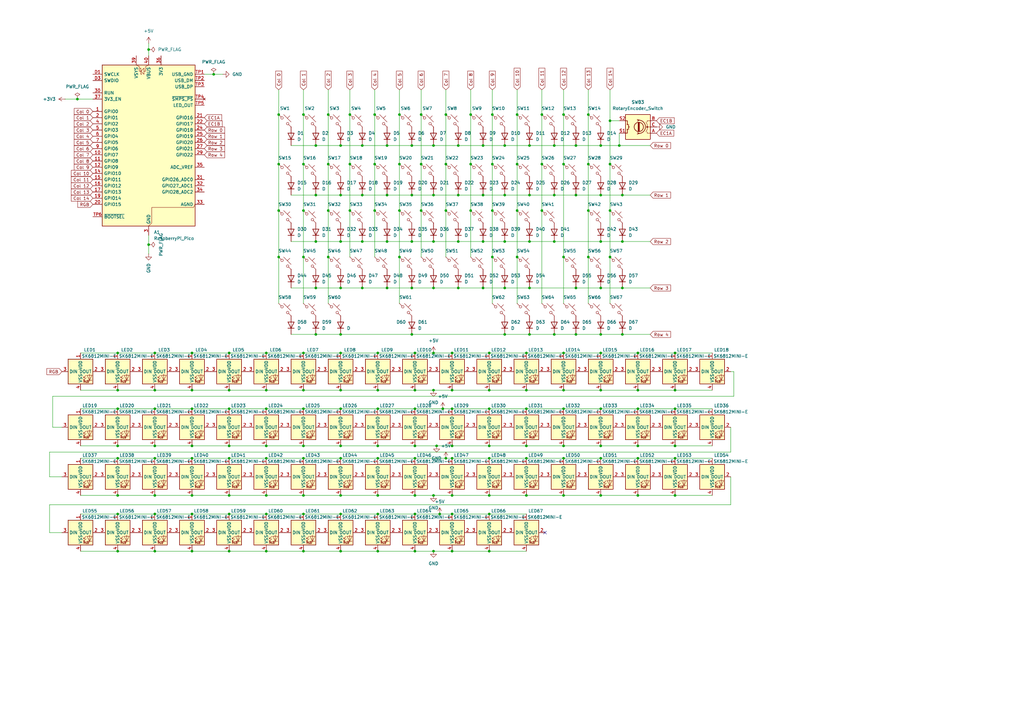
<source format=kicad_sch>
(kicad_sch (version 20250114) (generator "eeschema") (generator_version "9.0")
  (paper "A3")
  (junction (at 139.7 137.16))
  (junction (at 255.27 99.06))
  (junction (at 172.72 46.99))
  (junction (at 124.46 105.41))
  (junction (at 154.94 182.88))
  (junction (at 254 59.69))
  (junction (at 139.7 187.96))
  (junction (at 154.94 226.06))
  (junction (at 177.8 118.11))
  (junction (at 227.33 99.06))
  (junction (at 93.98 203.2))
  (junction (at 172.72 67.31))
  (junction (at 139.7 80.01))
  (junction (at 158.75 59.69))
  (junction (at 276.86 187.96))
  (junction (at 109.22 144.78))
  (junction (at 172.72 86.36))
  (junction (at 217.17 137.16))
  (junction (at 78.74 226.06))
  (junction (at 201.93 86.36))
  (junction (at 124.46 67.31))
  (junction (at 250.19 67.31))
  (junction (at 177.8 99.06))
  (junction (at 48.26 182.88))
  (junction (at 63.5 203.2))
  (junction (at 114.3 105.41))
  (junction (at 158.75 80.01))
  (junction (at 48.26 187.96))
  (junction (at 207.01 137.16))
  (junction (at 134.62 67.31))
  (junction (at 231.14 182.88))
  (junction (at 185.42 182.88))
  (junction (at 154.94 144.78))
  (junction (at 148.59 99.06))
  (junction (at 222.25 67.31))
  (junction (at 124.46 226.06))
  (junction (at 48.26 203.2))
  (junction (at 276.86 182.88))
  (junction (at 187.96 59.69))
  (junction (at 261.62 182.88))
  (junction (at 250.19 86.36))
  (junction (at 200.66 210.82))
  (junction (at 198.12 118.11))
  (junction (at 143.51 86.36))
  (junction (at 207.01 59.69))
  (junction (at 48.26 160.02))
  (junction (at 261.62 144.78))
  (junction (at 212.09 105.41))
  (junction (at 109.22 187.96))
  (junction (at 129.54 59.69))
  (junction (at 63.5 160.02))
  (junction (at 93.98 144.78))
  (junction (at 129.54 99.06))
  (junction (at 246.38 203.2))
  (junction (at 148.59 118.11))
  (junction (at 168.91 137.16))
  (junction (at 193.04 67.31))
  (junction (at 231.14 160.02))
  (junction (at 246.38 80.01))
  (junction (at 198.12 80.01))
  (junction (at 177.8 203.2))
  (junction (at 124.46 187.96))
  (junction (at 139.7 118.11))
  (junction (at 139.7 59.69))
  (junction (at 114.3 46.99))
  (junction (at 63.5 167.64))
  (junction (at 185.42 144.78))
  (junction (at 93.98 226.06))
  (junction (at 139.7 144.78))
  (junction (at 170.18 210.82))
  (junction (at 185.42 187.96))
  (junction (at 139.7 160.02))
  (junction (at 231.14 187.96))
  (junction (at 78.74 203.2))
  (junction (at 241.3 46.99))
  (junction (at 63.5 210.82))
  (junction (at 124.46 203.2))
  (junction (at 200.66 167.64))
  (junction (at 198.12 59.69))
  (junction (at 78.74 160.02))
  (junction (at 153.67 86.36))
  (junction (at 139.7 203.2))
  (junction (at 187.96 118.11))
  (junction (at 63.5 187.96))
  (junction (at 153.67 67.31))
  (junction (at 276.86 203.2))
  (junction (at 246.38 99.06))
  (junction (at 187.96 99.06))
  (junction (at 200.66 160.02))
  (junction (at 78.74 144.78))
  (junction (at 185.42 160.02))
  (junction (at 255.27 80.01))
  (junction (at 163.83 67.31))
  (junction (at 182.88 67.31))
  (junction (at 158.75 99.06))
  (junction (at 129.54 137.16))
  (junction (at 177.8 160.02))
  (junction (at 236.22 137.16))
  (junction (at 181.61 167.64))
  (junction (at 227.33 59.69))
  (junction (at 170.18 182.88))
  (junction (at 87.63 30.48))
  (junction (at 231.14 203.2))
  (junction (at 60.96 100.33))
  (junction (at 163.83 86.36))
  (junction (at 163.83 46.99))
  (junction (at 154.94 167.64))
  (junction (at 200.66 144.78))
  (junction (at 134.62 105.41))
  (junction (at 93.98 182.88))
  (junction (at 250.19 105.41))
  (junction (at 215.9 144.78))
  (junction (at 179.07 182.88))
  (junction (at 154.94 203.2))
  (junction (at 124.46 182.88))
  (junction (at 215.9 182.88))
  (junction (at 139.7 167.64))
  (junction (at 129.54 80.01))
  (junction (at 201.93 105.41))
  (junction (at 177.8 226.06))
  (junction (at 124.46 86.36))
  (junction (at 276.86 160.02))
  (junction (at 139.7 182.88))
  (junction (at 276.86 167.64))
  (junction (at 261.62 203.2))
  (junction (at 200.66 226.06))
  (junction (at 200.66 182.88))
  (junction (at 124.46 144.78))
  (junction (at 246.38 160.02))
  (junction (at 217.17 80.01))
  (junction (at 93.98 187.96))
  (junction (at 177.8 144.78))
  (junction (at 109.22 160.02))
  (junction (at 78.74 167.64))
  (junction (at 227.33 80.01))
  (junction (at 215.9 187.96))
  (junction (at 124.46 210.82))
  (junction (at 177.8 80.01))
  (junction (at 48.26 210.82))
  (junction (at 236.22 59.69))
  (junction (at 78.74 210.82))
  (junction (at 154.94 187.96))
  (junction (at 200.66 187.96))
  (junction (at 63.5 182.88))
  (junction (at 182.88 86.36))
  (junction (at 134.62 86.36))
  (junction (at 185.42 226.06))
  (junction (at 231.14 46.99))
  (junction (at 48.26 226.06))
  (junction (at 139.7 99.06))
  (junction (at 124.46 46.99))
  (junction (at 109.22 226.06))
  (junction (at 241.3 86.36))
  (junction (at 114.3 67.31))
  (junction (at 93.98 167.64))
  (junction (at 154.94 210.82))
  (junction (at 215.9 203.2))
  (junction (at 93.98 160.02))
  (junction (at 124.46 167.64))
  (junction (at 261.62 167.64))
  (junction (at 246.38 144.78))
  (junction (at 215.9 167.64))
  (junction (at 154.94 160.02))
  (junction (at 109.22 167.64))
  (junction (at 255.27 137.16))
  (junction (at 143.51 46.99))
  (junction (at 185.42 203.2))
  (junction (at 231.14 167.64))
  (junction (at 222.25 86.36))
  (junction (at 148.59 59.69))
  (junction (at 170.18 187.96))
  (junction (at 193.04 86.36))
  (junction (at 207.01 80.01))
  (junction (at 78.74 187.96))
  (junction (at 143.51 67.31))
  (junction (at 201.93 46.99))
  (junction (at 134.62 46.99))
  (junction (at 231.14 144.78))
  (junction (at 222.25 46.99))
  (junction (at 168.91 99.06))
  (junction (at 124.46 160.02))
  (junction (at 168.91 59.69))
  (junction (at 182.88 187.96))
  (junction (at 114.3 86.36))
  (junction (at 255.27 118.11))
  (junction (at 212.09 46.99))
  (junction (at 227.33 137.16))
  (junction (at 246.38 59.69))
  (junction (at 201.93 67.31))
  (junction (at 168.91 80.01))
  (junction (at 231.14 67.31))
  (junction (at 207.01 118.11))
  (junction (at 60.96 20.32))
  (junction (at 158.75 118.11))
  (junction (at 241.3 105.41))
  (junction (at 78.74 182.88))
  (junction (at 170.18 160.02))
  (junction (at 276.86 144.78))
  (junction (at 217.17 99.06))
  (junction (at 63.5 226.06))
  (junction (at 109.22 182.88))
  (junction (at 177.8 59.69))
  (junction (at 261.62 187.96))
  (junction (at 187.96 80.01))
  (junction (at 212.09 67.31))
  (junction (at 170.18 167.64))
  (junction (at 236.22 80.01))
  (junction (at 246.38 118.11))
  (junction (at 212.09 86.36))
  (junction (at 261.62 160.02))
  (junction (at 250.19 49.53))
  (junction (at 185.42 210.82))
  (junction (at 207.01 99.06))
  (junction (at 217.17 59.69))
  (junction (at 168.91 118.11))
  (junction (at 170.18 203.2))
  (junction (at 48.26 167.64))
  (junction (at 170.18 226.06))
  (junction (at 93.98 210.82))
  (junction (at 246.38 137.16))
  (junction (at 109.22 210.82))
  (junction (at 139.7 210.82))
  (junction (at 109.22 203.2))
  (junction (at 182.88 46.99))
  (junction (at 231.14 105.41))
  (junction (at 153.67 46.99))
  (junction (at 200.66 203.2))
  (junction (at 246.38 187.96))
  (junction (at 129.54 118.11))
  (junction (at 241.3 67.31))
  (junction (at 246.38 182.88))
  (junction (at 63.5 144.78))
  (junction (at 139.7 226.06))
  (junction (at 193.04 46.99))
  (junction (at 148.59 80.01))
  (junction (at 215.9 160.02))
  (junction (at 246.38 167.64))
  (junction (at 198.12 99.06))
  (junction (at 31.75 40.64))
  (junction (at 185.42 167.64))
  (junction (at 217.17 118.11))
  (junction (at 163.83 105.41))
  (junction (at 236.22 118.11))
  (junction (at 48.26 144.78))
  (junction (at 170.18 144.78))
  (junction (at 180.34 210.82))
  (no_connect (at 223.52 218.44))
  (wire (pts (xy 91.44 30.48) (xy 87.63 30.48)))
  (wire (pts (xy 158.75 118.11) (xy 168.91 118.11)))
  (wire (pts (xy 78.74 210.82) (xy 93.98 210.82)))
  (wire (pts (xy 222.25 36.83) (xy 222.25 46.99)))
  (wire (pts (xy 200.66 167.64) (xy 215.9 167.64)))
  (wire (pts (xy 33.02 226.06) (xy 48.26 226.06)))
  (wire (pts (xy 124.46 182.88) (xy 139.7 182.88)))
  (wire (pts (xy 177.8 203.2) (xy 185.42 203.2)))
  (wire (pts (xy 148.59 59.69) (xy 158.75 59.69)))
  (wire (pts (xy 172.72 36.83) (xy 172.72 46.99)))
  (wire (pts (xy 93.98 182.88) (xy 109.22 182.88)))
  (wire (pts (xy 261.62 144.78) (xy 276.86 144.78)))
  (wire (pts (xy 201.93 36.83) (xy 201.93 46.99)))
  (wire (pts (xy 139.7 59.69) (xy 148.59 59.69)))
  (wire (pts (xy 168.91 137.16) (xy 207.01 137.16)))
  (wire (pts (xy 153.67 67.31) (xy 153.67 86.36)))
  (wire (pts (xy 185.42 160.02) (xy 200.66 160.02)))
  (wire (pts (xy 231.14 160.02) (xy 246.38 160.02)))
  (wire (pts (xy 177.8 118.11) (xy 187.96 118.11)))
  (wire (pts (xy 266.7 59.69) (xy 254 59.69)))
  (wire (pts (xy 78.74 144.78) (xy 93.98 144.78)))
  (wire (pts (xy 124.46 210.82) (xy 139.7 210.82)))
  (wire (pts (xy 241.3 105.41) (xy 241.3 124.46)))
  (wire (pts (xy 250.19 36.83) (xy 250.19 49.53)))
  (wire (pts (xy 261.62 160.02) (xy 276.86 160.02)))
  (wire (pts (xy 93.98 160.02) (xy 109.22 160.02)))
  (wire (pts (xy 255.27 99.06) (xy 266.7 99.06)))
  (wire (pts (xy 109.22 182.88) (xy 124.46 182.88)))
  (wire (pts (xy 212.09 67.31) (xy 212.09 86.36)))
  (wire (pts (xy 177.8 99.06) (xy 187.96 99.06)))
  (wire (pts (xy 93.98 226.06) (xy 109.22 226.06)))
  (wire (pts (xy 261.62 203.2) (xy 276.86 203.2)))
  (wire (pts (xy 212.09 105.41) (xy 212.09 124.46)))
  (wire (pts (xy 63.5 226.06) (xy 78.74 226.06)))
  (wire (pts (xy 200.66 182.88) (xy 215.9 182.88)))
  (wire (pts (xy 109.22 187.96) (xy 124.46 187.96)))
  (wire (pts (xy 246.38 167.64) (xy 261.62 167.64)))
  (wire (pts (xy 201.93 67.31) (xy 201.93 86.36)))
  (wire (pts (xy 109.22 144.78) (xy 124.46 144.78)))
  (wire (pts (xy 119.38 59.69) (xy 129.54 59.69)))
  (wire (pts (xy 124.46 67.31) (xy 124.46 86.36)))
  (wire (pts (xy 299.72 207.01) (xy 20.32 207.01)))
  (wire (pts (xy 231.14 36.83) (xy 231.14 46.99)))
  (wire (pts (xy 172.72 67.31) (xy 172.72 86.36)))
  (wire (pts (xy 217.17 80.01) (xy 227.33 80.01)))
  (wire (pts (xy 250.19 67.31) (xy 250.19 86.36)))
  (wire (pts (xy 148.59 99.06) (xy 158.75 99.06)))
  (wire (pts (xy 276.86 144.78) (xy 292.1 144.78)))
  (wire (pts (xy 154.94 144.78) (xy 170.18 144.78)))
  (wire (pts (xy 215.9 167.64) (xy 231.14 167.64)))
  (wire (pts (xy 63.5 160.02) (xy 78.74 160.02)))
  (wire (pts (xy 134.62 36.83) (xy 134.62 46.99)))
  (wire (pts (xy 148.59 80.01) (xy 158.75 80.01)))
  (wire (pts (xy 198.12 118.11) (xy 207.01 118.11)))
  (wire (pts (xy 299.72 195.58) (xy 299.72 207.01)))
  (wire (pts (xy 300.99 152.4) (xy 299.72 152.4)))
  (wire (pts (xy 129.54 118.11) (xy 139.7 118.11)))
  (wire (pts (xy 114.3 36.83) (xy 114.3 46.99)))
  (wire (pts (xy 124.46 226.06) (xy 139.7 226.06)))
  (wire (pts (xy 193.04 36.83) (xy 193.04 46.99)))
  (wire (pts (xy 158.75 59.69) (xy 168.91 59.69)))
  (wire (pts (xy 170.18 160.02) (xy 177.8 160.02)))
  (wire (pts (xy 119.38 99.06) (xy 129.54 99.06)))
  (wire (pts (xy 163.83 67.31) (xy 163.83 86.36)))
  (wire (pts (xy 200.66 144.78) (xy 215.9 144.78)))
  (wire (pts (xy 158.75 80.01) (xy 168.91 80.01)))
  (wire (pts (xy 124.46 203.2) (xy 139.7 203.2)))
  (wire (pts (xy 261.62 182.88) (xy 276.86 182.88)))
  (wire (pts (xy 231.14 182.88) (xy 246.38 182.88)))
  (wire (pts (xy 119.38 80.01) (xy 129.54 80.01)))
  (wire (pts (xy 109.22 226.06) (xy 124.46 226.06)))
  (wire (pts (xy 236.22 137.16) (xy 246.38 137.16)))
  (wire (pts (xy 201.93 105.41) (xy 201.93 124.46)))
  (wire (pts (xy 93.98 203.2) (xy 109.22 203.2)))
  (wire (pts (xy 207.01 80.01) (xy 217.17 80.01)))
  (wire (pts (xy 154.94 182.88) (xy 170.18 182.88)))
  (wire (pts (xy 254 54.61) (xy 254 59.69)))
  (wire (pts (xy 200.66 203.2) (xy 215.9 203.2)))
  (wire (pts (xy 154.94 187.96) (xy 170.18 187.96)))
  (wire (pts (xy 139.7 137.16) (xy 168.91 137.16)))
  (wire (pts (xy 182.88 67.31) (xy 182.88 86.36)))
  (wire (pts (xy 246.38 203.2) (xy 261.62 203.2)))
  (wire (pts (xy 231.14 144.78) (xy 246.38 144.78)))
  (wire (pts (xy 246.38 182.88) (xy 261.62 182.88)))
  (wire (pts (xy 201.93 86.36) (xy 201.93 105.41)))
  (wire (pts (xy 215.9 182.88) (xy 231.14 182.88)))
  (wire (pts (xy 109.22 160.02) (xy 124.46 160.02)))
  (wire (pts (xy 139.7 160.02) (xy 154.94 160.02)))
  (wire (pts (xy 255.27 137.16) (xy 266.7 137.16)))
  (wire (pts (xy 48.26 160.02) (xy 63.5 160.02)))
  (wire (pts (xy 20.32 207.01) (xy 20.32 218.44)))
  (wire (pts (xy 200.66 187.96) (xy 215.9 187.96)))
  (wire (pts (xy 129.54 80.01) (xy 139.7 80.01)))
  (wire (pts (xy 124.46 187.96) (xy 139.7 187.96)))
  (wire (pts (xy 182.88 36.83) (xy 182.88 46.99)))
  (wire (pts (xy 63.5 144.78) (xy 78.74 144.78)))
  (wire (pts (xy 207.01 59.69) (xy 217.17 59.69)))
  (wire (pts (xy 185.42 187.96) (xy 200.66 187.96)))
  (wire (pts (xy 33.02 160.02) (xy 48.26 160.02)))
  (wire (pts (xy 212.09 36.83) (xy 212.09 46.99)))
  (wire (pts (xy 215.9 144.78) (xy 231.14 144.78)))
  (wire (pts (xy 231.14 105.41) (xy 231.14 124.46)))
  (wire (pts (xy 177.8 160.02) (xy 185.42 160.02)))
  (wire (pts (xy 261.62 167.64) (xy 276.86 167.64)))
  (wire (pts (xy 212.09 86.36) (xy 212.09 105.41)))
  (wire (pts (xy 33.02 144.78) (xy 48.26 144.78)))
  (wire (pts (xy 168.91 118.11) (xy 177.8 118.11)))
  (wire (pts (xy 163.83 36.83) (xy 163.83 46.99)))
  (wire (pts (xy 163.83 46.99) (xy 163.83 67.31)))
  (wire (pts (xy 163.83 105.41) (xy 163.83 124.46)))
  (wire (pts (xy 246.38 187.96) (xy 261.62 187.96)))
  (wire (pts (xy 185.42 226.06) (xy 200.66 226.06)))
  (wire (pts (xy 124.46 46.99) (xy 124.46 67.31)))
  (wire (pts (xy 241.3 36.83) (xy 241.3 46.99)))
  (wire (pts (xy 215.9 187.96) (xy 231.14 187.96)))
  (wire (pts (xy 78.74 203.2) (xy 93.98 203.2)))
  (wire (pts (xy 139.7 210.82) (xy 154.94 210.82)))
  (wire (pts (xy 114.3 46.99) (xy 114.3 67.31)))
  (wire (pts (xy 217.17 137.16) (xy 207.01 137.16)))
  (wire (pts (xy 241.3 46.99) (xy 241.3 67.31)))
  (wire (pts (xy 177.8 59.69) (xy 187.96 59.69)))
  (wire (pts (xy 31.75 40.64) (xy 38.1 40.64)))
  (wire (pts (xy 231.14 67.31) (xy 231.14 105.41)))
  (wire (pts (xy 48.26 226.06) (xy 63.5 226.06)))
  (wire (pts (xy 148.59 118.11) (xy 158.75 118.11)))
  (wire (pts (xy 254 59.69) (xy 246.38 59.69)))
  (wire (pts (xy 114.3 86.36) (xy 114.3 105.41)))
  (wire (pts (xy 48.26 182.88) (xy 63.5 182.88)))
  (wire (pts (xy 207.01 99.06) (xy 217.17 99.06)))
  (wire (pts (xy 276.86 182.88) (xy 292.1 182.88)))
  (wire (pts (xy 63.5 187.96) (xy 78.74 187.96)))
  (wire (pts (xy 250.19 49.53) (xy 250.19 67.31)))
  (wire (pts (xy 25.4 175.26) (xy 21.59 175.26)))
  (wire (pts (xy 236.22 80.01) (xy 246.38 80.01)))
  (wire (pts (xy 246.38 99.06) (xy 255.27 99.06)))
  (wire (pts (xy 227.33 99.06) (xy 246.38 99.06)))
  (wire (pts (xy 153.67 46.99) (xy 153.67 67.31)))
  (wire (pts (xy 212.09 46.99) (xy 212.09 67.31)))
  (wire (pts (xy 231.14 203.2) (xy 246.38 203.2)))
  (wire (pts (xy 255.27 118.11) (xy 266.7 118.11)))
  (wire (pts (xy 170.18 144.78) (xy 177.8 144.78)))
  (wire (pts (xy 187.96 59.69) (xy 198.12 59.69)))
  (wire (pts (xy 154.94 167.64) (xy 170.18 167.64)))
  (wire (pts (xy 193.04 46.99) (xy 193.04 67.31)))
  (wire (pts (xy 129.54 59.69) (xy 139.7 59.69)))
  (wire (pts (xy 177.8 80.01) (xy 187.96 80.01)))
  (wire (pts (xy 134.62 86.36) (xy 134.62 105.41)))
  (wire (pts (xy 182.88 46.99) (xy 182.88 67.31)))
  (wire (pts (xy 93.98 187.96) (xy 109.22 187.96)))
  (wire (pts (xy 261.62 187.96) (xy 276.86 187.96)))
  (wire (pts (xy 299.72 185.42) (xy 299.72 175.26)))
  (wire (pts (xy 215.9 203.2) (xy 231.14 203.2)))
  (wire (pts (xy 177.8 226.06) (xy 185.42 226.06)))
  (wire (pts (xy 300.99 162.56) (xy 300.99 152.4)))
  (wire (pts (xy 168.91 59.69) (xy 177.8 59.69)))
  (wire (pts (xy 250.19 105.41) (xy 250.19 124.46)))
  (wire (pts (xy 139.7 99.06) (xy 148.59 99.06)))
  (wire (pts (xy 20.32 195.58) (xy 20.32 185.42)))
  (wire (pts (xy 154.94 160.02) (xy 170.18 160.02)))
  (wire (pts (xy 170.18 167.64) (xy 181.61 167.64)))
  (wire (pts (xy 172.72 46.99) (xy 172.72 67.31)))
  (wire (pts (xy 60.96 20.32) (xy 60.96 22.86)))
  (wire (pts (xy 124.46 160.02) (xy 139.7 160.02)))
  (wire (pts (xy 177.8 144.78) (xy 185.42 144.78)))
  (wire (pts (xy 170.18 226.06) (xy 177.8 226.06)))
  (wire (pts (xy 60.96 17.78) (xy 60.96 20.32)))
  (wire (pts (xy 48.26 167.64) (xy 63.5 167.64)))
  (wire (pts (xy 222.25 124.46) (xy 222.25 86.36)))
  (wire (pts (xy 60.96 104.14) (xy 60.96 100.33)))
  (wire (pts (xy 33.02 167.64) (xy 48.26 167.64)))
  (wire (pts (xy 78.74 182.88) (xy 93.98 182.88)))
  (wire (pts (xy 93.98 144.78) (xy 109.22 144.78)))
  (wire (pts (xy 170.18 187.96) (xy 182.88 187.96)))
  (wire (pts (xy 139.7 80.01) (xy 148.59 80.01)))
  (wire (pts (xy 168.91 99.06) (xy 177.8 99.06)))
  (wire (pts (xy 25.4 195.58) (xy 20.32 195.58)))
  (wire (pts (xy 20.32 185.42) (xy 299.72 185.42)))
  (wire (pts (xy 250.19 86.36) (xy 250.19 105.41)))
  (wire (pts (xy 119.38 137.16) (xy 129.54 137.16)))
  (wire (pts (xy 276.86 203.2) (xy 292.1 203.2)))
  (wire (pts (xy 193.04 86.36) (xy 193.04 105.41)))
  (wire (pts (xy 119.38 118.11) (xy 129.54 118.11)))
  (wire (pts (xy 21.59 175.26) (xy 21.59 162.56)))
  (wire (pts (xy 246.38 80.01) (xy 255.27 80.01)))
  (wire (pts (xy 187.96 80.01) (xy 198.12 80.01)))
  (wire (pts (xy 217.17 137.16) (xy 227.33 137.16)))
  (wire (pts (xy 200.66 226.06) (xy 215.9 226.06)))
  (wire (pts (xy 231.14 167.64) (xy 246.38 167.64)))
  (wire (pts (xy 276.86 160.02) (xy 292.1 160.02)))
  (wire (pts (xy 217.17 118.11) (xy 236.22 118.11)))
  (wire (pts (xy 250.19 49.53) (xy 254 49.53)))
  (wire (pts (xy 185.42 167.64) (xy 200.66 167.64)))
  (wire (pts (xy 182.88 187.96) (xy 185.42 187.96)))
  (wire (pts (xy 241.3 67.31) (xy 241.3 86.36)))
  (wire (pts (xy 48.26 187.96) (xy 63.5 187.96)))
  (wire (pts (xy 139.7 203.2) (xy 154.94 203.2)))
  (wire (pts (xy 207.01 118.11) (xy 217.17 118.11)))
  (wire (pts (xy 246.38 137.16) (xy 255.27 137.16)))
  (wire (pts (xy 198.12 59.69) (xy 207.01 59.69)))
  (wire (pts (xy 170.18 210.82) (xy 180.34 210.82)))
  (wire (pts (xy 124.46 144.78) (xy 139.7 144.78)))
  (wire (pts (xy 185.42 210.82) (xy 200.66 210.82)))
  (wire (pts (xy 109.22 203.2) (xy 124.46 203.2)))
  (wire (pts (xy 187.96 118.11) (xy 198.12 118.11)))
  (wire (pts (xy 181.61 167.64) (xy 185.42 167.64)))
  (wire (pts (xy 154.94 210.82) (xy 170.18 210.82)))
  (wire (pts (xy 193.04 67.31) (xy 193.04 86.36)))
  (wire (pts (xy 114.3 67.31) (xy 114.3 86.36)))
  (wire (pts (xy 139.7 187.96) (xy 154.94 187.96)))
  (wire (pts (xy 63.5 167.64) (xy 78.74 167.64)))
  (wire (pts (xy 158.75 99.06) (xy 168.91 99.06)))
  (wire (pts (xy 134.62 46.99) (xy 134.62 67.31)))
  (wire (pts (xy 222.25 46.99) (xy 222.25 67.31)))
  (wire (pts (xy 172.72 86.36) (xy 172.72 105.41)))
  (wire (pts (xy 180.34 210.82) (xy 185.42 210.82)))
  (wire (pts (xy 33.02 210.82) (xy 48.26 210.82)))
  (wire (pts (xy 198.12 99.06) (xy 207.01 99.06)))
  (wire (pts (xy 231.14 187.96) (xy 246.38 187.96)))
  (wire (pts (xy 33.02 182.88) (xy 48.26 182.88)))
  (wire (pts (xy 33.02 187.96) (xy 48.26 187.96)))
  (wire (pts (xy 83.82 30.48) (xy 87.63 30.48)))
  (wire (pts (xy 143.51 67.31) (xy 143.51 86.36)))
  (wire (pts (xy 93.98 167.64) (xy 109.22 167.64)))
  (wire (pts (xy 198.12 80.01) (xy 207.01 80.01)))
  (wire (pts (xy 200.66 160.02) (xy 215.9 160.02)))
  (wire (pts (xy 187.96 99.06) (xy 198.12 99.06)))
  (wire (pts (xy 20.32 218.44) (xy 25.4 218.44)))
  (wire (pts (xy 129.54 137.16) (xy 139.7 137.16)))
  (wire (pts (xy 200.66 210.82) (xy 215.9 210.82)))
  (wire (pts (xy 185.42 144.78) (xy 200.66 144.78)))
  (wire (pts (xy 48.26 203.2) (xy 63.5 203.2)))
  (wire (pts (xy 26.67 40.64) (xy 31.75 40.64)))
  (wire (pts (xy 114.3 105.41) (xy 114.3 124.46)))
  (wire (pts (xy 143.51 86.36) (xy 143.51 105.41)))
  (wire (pts (xy 276.86 167.64) (xy 292.1 167.64)))
  (wire (pts (xy 215.9 160.02) (xy 231.14 160.02)))
  (wire (pts (xy 236.22 118.11) (xy 246.38 118.11)))
  (wire (pts (xy 93.98 210.82) (xy 109.22 210.82)))
  (wire (pts (xy 124.46 86.36) (xy 124.46 105.41)))
  (wire (pts (xy 143.51 36.83) (xy 143.51 46.99)))
  (wire (pts (xy 179.07 182.88) (xy 185.42 182.88)))
  (wire (pts (xy 78.74 226.06) (xy 93.98 226.06)))
  (wire (pts (xy 78.74 160.02) (xy 93.98 160.02)))
  (wire (pts (xy 185.42 203.2) (xy 200.66 203.2)))
  (wire (pts (xy 154.94 226.06) (xy 170.18 226.06)))
  (wire (pts (xy 154.94 203.2) (xy 170.18 203.2)))
  (wire (pts (xy 139.7 182.88) (xy 154.94 182.88)))
  (wire (pts (xy 236.22 59.69) (xy 246.38 59.69)))
  (wire (pts (xy 182.88 86.36) (xy 182.88 105.41)))
  (wire (pts (xy 139.7 167.64) (xy 154.94 167.64)))
  (wire (pts (xy 246.38 144.78) (xy 261.62 144.78)))
  (wire (pts (xy 222.25 67.31) (xy 222.25 86.36)))
  (wire (pts (xy 124.46 36.83) (xy 124.46 46.99)))
  (wire (pts (xy 134.62 105.41) (xy 134.62 124.46)))
  (wire (pts (xy 63.5 182.88) (xy 78.74 182.88)))
  (wire (pts (xy 63.5 203.2) (xy 78.74 203.2)))
  (wire (pts (xy 143.51 46.99) (xy 143.51 67.31)))
  (wire (pts (xy 48.26 210.82) (xy 63.5 210.82)))
  (wire (pts (xy 139.7 118.11) (xy 148.59 118.11)))
  (wire (pts (xy 109.22 167.64) (xy 124.46 167.64)))
  (wire (pts (xy 129.54 99.06) (xy 139.7 99.06)))
  (wire (pts (xy 163.83 86.36) (xy 163.83 105.41)))
  (wire (pts (xy 60.96 96.52) (xy 60.96 100.33)))
  (wire (pts (xy 153.67 36.83) (xy 153.67 46.99)))
  (wire (pts (xy 78.74 187.96) (xy 93.98 187.96)))
  (wire (pts (xy 170.18 203.2) (xy 177.8 203.2)))
  (wire (pts (xy 217.17 59.69) (xy 227.33 59.69)))
  (wire (pts (xy 21.59 162.56) (xy 300.99 162.56)))
  (wire (pts (xy 63.5 210.82) (xy 78.74 210.82)))
  (wire (pts (xy 134.62 67.31) (xy 134.62 86.36)))
  (wire (pts (xy 246.38 160.02) (xy 261.62 160.02)))
  (wire (pts (xy 124.46 105.41) (xy 124.46 124.46)))
  (wire (pts (xy 109.22 210.82) (xy 124.46 210.82)))
  (wire (pts (xy 124.46 167.64) (xy 139.7 167.64)))
  (wire (pts (xy 231.14 46.99) (xy 231.14 67.31)))
  (wire (pts (xy 276.86 187.96) (xy 292.1 187.96)))
  (wire (pts (xy 227.33 59.69) (xy 236.22 59.69)))
  (wire (pts (xy 201.93 46.99) (xy 201.93 67.31)))
  (wire (pts (xy 139.7 144.78) (xy 154.94 144.78)))
  (wire (pts (xy 266.7 80.01) (xy 255.27 80.01)))
  (wire (pts (xy 246.38 118.11) (xy 255.27 118.11)))
  (wire (pts (xy 168.91 80.01) (xy 177.8 80.01)))
  (wire (pts (xy 217.17 99.06) (xy 227.33 99.06)))
  (wire (pts (xy 227.33 137.16) (xy 236.22 137.16)))
  (wire (pts (xy 139.7 226.06) (xy 154.94 226.06)))
  (wire (pts (xy 241.3 86.36) (xy 241.3 105.41)))
  (wire (pts (xy 33.02 203.2) (xy 48.26 203.2)))
  (wire (pts (xy 153.67 86.36) (xy 153.67 105.41)))
  (wire (pts (xy 48.26 144.78) (xy 63.5 144.78)))
  (wire (pts (xy 170.18 182.88) (xy 179.07 182.88)))
  (wire (pts (xy 78.74 167.64) (xy 93.98 167.64)))
  (wire (pts (xy 185.42 182.88) (xy 200.66 182.88)))
  (wire (pts (xy 227.33 80.01) (xy 236.22 80.01)))
  (global_label "Col 11" (shape input) (at 38.1 73.66 180) (property "Intersheetrefs" "${INTERSHEET_REFS}" (effects (hide yes))))
  (global_label "Col 7" (shape input) (at 38.1 63.5 180) (property "Intersheetrefs" "${INTERSHEET_REFS}" (effects (hide yes))))
  (global_label "EC1A" (shape input) (at 269.24 54.61 0) (property "Intersheetrefs" "${INTERSHEET_REFS}" (effects (hide yes))))
  (global_label "Col 2" (shape input) (at 38.1 50.8 180) (property "Intersheetrefs" "${INTERSHEET_REFS}" (effects (hide yes))))
  (global_label "Row 0" (shape input) (at 83.82 53.34 0) (property "Intersheetrefs" "${INTERSHEET_REFS}" (effects (hide yes))))
  (global_label "Col 4" (shape input) (at 38.1 55.88 180) (property "Intersheetrefs" "${INTERSHEET_REFS}" (effects (hide yes))))
  (global_label "EC1B" (shape input) (at 269.24 49.53 0) (property "Intersheetrefs" "${INTERSHEET_REFS}" (effects (hide yes))))
  (global_label "Row 3" (shape input) (at 83.82 60.96 0) (property "Intersheetrefs" "${INTERSHEET_REFS}" (effects (hide yes))))
  (global_label "Col 1" (shape input) (at 38.1 48.26 180) (property "Intersheetrefs" "${INTERSHEET_REFS}" (effects (hide yes))))
  (global_label "Col 11" (shape input) (at 222.25 36.83 90) (property "Intersheetrefs" "${INTERSHEET_REFS}" (effects (hide yes))))
  (global_label "Col 3" (shape input) (at 143.51 36.83 90) (property "Intersheetrefs" "${INTERSHEET_REFS}" (effects (hide yes))))
  (global_label "Col 8" (shape input) (at 38.1 66.04 180) (property "Intersheetrefs" "${INTERSHEET_REFS}" (effects (hide yes))))
  (global_label "Col 2" (shape input) (at 134.62 36.83 90) (property "Intersheetrefs" "${INTERSHEET_REFS}" (effects (hide yes))))
  (global_label "Col 12" (shape input) (at 231.14 36.83 90) (property "Intersheetrefs" "${INTERSHEET_REFS}" (effects (hide yes))))
  (global_label "Row 4" (shape input) (at 266.7 137.16 0) (property "Intersheetrefs" "${INTERSHEET_REFS}" (effects (hide yes))))
  (global_label "EC1B" (shape input) (at 83.82 50.8 0) (property "Intersheetrefs" "${INTERSHEET_REFS}" (effects (hide yes))))
  (global_label "RGB" (shape input) (at 25.4 152.4 180) (property "Intersheetrefs" "${INTERSHEET_REFS}" (effects (hide yes))))
  (global_label "Row 1" (shape input) (at 83.82 55.88 0) (property "Intersheetrefs" "${INTERSHEET_REFS}" (effects (hide yes))))
  (global_label "Col 9" (shape input) (at 201.93 36.83 90) (property "Intersheetrefs" "${INTERSHEET_REFS}" (effects (hide yes))))
  (global_label "Col 1" (shape input) (at 124.46 36.83 90) (property "Intersheetrefs" "${INTERSHEET_REFS}" (effects (hide yes))))
  (global_label "Col 6" (shape input) (at 38.1 60.96 180) (property "Intersheetrefs" "${INTERSHEET_REFS}" (effects (hide yes))))
  (global_label "Row 3" (shape input) (at 266.7 118.11 0) (property "Intersheetrefs" "${INTERSHEET_REFS}" (effects (hide yes))))
  (global_label "Col 7" (shape input) (at 182.88 36.83 90) (property "Intersheetrefs" "${INTERSHEET_REFS}" (effects (hide yes))))
  (global_label "Col 6" (shape input) (at 172.72 36.83 90) (property "Intersheetrefs" "${INTERSHEET_REFS}" (effects (hide yes))))
  (global_label "Col 13" (shape input) (at 38.1 78.74 180) (property "Intersheetrefs" "${INTERSHEET_REFS}" (effects (hide yes))))
  (global_label "Row 2" (shape input) (at 83.82 58.42 0) (property "Intersheetrefs" "${INTERSHEET_REFS}" (effects (hide yes))))
  (global_label "Col 14" (shape input) (at 38.1 81.28 180) (property "Intersheetrefs" "${INTERSHEET_REFS}" (effects (hide yes))))
  (global_label "Col 0" (shape input) (at 38.1 45.72 180) (property "Intersheetrefs" "${INTERSHEET_REFS}" (effects (hide yes))))
  (global_label "Col 13" (shape input) (at 241.3 36.83 90) (property "Intersheetrefs" "${INTERSHEET_REFS}" (effects (hide yes))))
  (global_label "Col 14" (shape input) (at 250.19 36.83 90) (property "Intersheetrefs" "${INTERSHEET_REFS}" (effects (hide yes))))
  (global_label "Col 5" (shape input) (at 38.1 58.42 180) (property "Intersheetrefs" "${INTERSHEET_REFS}" (effects (hide yes))))
  (global_label "Col 8" (shape input) (at 193.04 36.83 90) (property "Intersheetrefs" "${INTERSHEET_REFS}" (effects (hide yes))))
  (global_label "Col 9" (shape input) (at 38.1 68.58 180) (property "Intersheetrefs" "${INTERSHEET_REFS}" (effects (hide yes))))
  (global_label "Row 1" (shape input) (at 266.7 80.01 0) (property "Intersheetrefs" "${INTERSHEET_REFS}" (effects (hide yes))))
  (global_label "Col 0" (shape input) (at 114.3 36.83 90) (property "Intersheetrefs" "${INTERSHEET_REFS}" (effects (hide yes))))
  (global_label "Col 5" (shape input) (at 163.83 36.83 90) (property "Intersheetrefs" "${INTERSHEET_REFS}" (effects (hide yes))))
  (global_label "Row 2" (shape input) (at 266.7 99.06 0) (property "Intersheetrefs" "${INTERSHEET_REFS}" (effects (hide yes))))
  (global_label "Row 0" (shape input) (at 266.7 59.69 0) (property "Intersheetrefs" "${INTERSHEET_REFS}" (effects (hide yes))))
  (global_label "EC1A" (shape input) (at 83.82 48.26 0) (property "Intersheetrefs" "${INTERSHEET_REFS}" (effects (hide yes))))
  (global_label "Col 10" (shape input) (at 212.09 36.83 90) (property "Intersheetrefs" "${INTERSHEET_REFS}" (effects (hide yes))))
  (global_label "Col 3" (shape input) (at 38.1 53.34 180) (property "Intersheetrefs" "${INTERSHEET_REFS}" (effects (hide yes))))
  (global_label "Col 10" (shape input) (at 38.1 71.12 180) (property "Intersheetrefs" "${INTERSHEET_REFS}" (effects (hide yes))))
  (global_label "Row 4" (shape input) (at 83.82 63.5 0) (property "Intersheetrefs" "${INTERSHEET_REFS}" (effects (hide yes))))
  (global_label "Col 12" (shape input) (at 38.1 76.2 180) (property "Intersheetrefs" "${INTERSHEET_REFS}" (effects (hide yes))))
  (global_label "Col 4" (shape input) (at 153.67 36.83 90) (property "Intersheetrefs" "${INTERSHEET_REFS}" (effects (hide yes))))
  (global_label "RGB" (shape input) (at 38.1 83.82 180) (property "Intersheetrefs" "${INTERSHEET_REFS}" (effects (hide yes))))
  (symbol (lib_id "Switch:SW_Push_45deg") (at 146.05 88.9 0) (unit 1)
    (property "Reference" "SW33" (at 146.05 83.82 0))
    (property "Value" "SW_Push_45deg" (effects (hide yes)))
    (property "Footprint" "marbastlib-xp-gateron_lp:SW_KS33_HS_KS-2P02B01-02_HS_1u" (effects (hide yes)))
    (property "Description" "Push button switch, normally open, two pins, 45° tilted" (effects (hide yes)))
  )
  (symbol (lib_id "PCM_marbastlib-various:SK6812MINI-E") (at 33.02 175.26 0) (unit 1)
    (property "Reference" "LED19" (at 36.83 166.37 0))
    (property "Value" "SK6812MINI-E" (at 40.64 168.91 0))
    (property "Footprint" "PCM_marbastlib-xp-gateron_lp:LED_KS33_6028R-ROT" (effects (hide yes)))
    (property "Description" "Reverse mount adressable LED (WS2812 protocol)" (effects (hide yes)))
  )
  (symbol (lib_id "Device:D") (at 207.01 76.2 90) (unit 1)
    (property "Reference" "D24" (at 209.55 74.9299 90) (effects (justify right)))
    (property "Value" "D" (at 209.55 77.4699 90) (effects (justify right)))
    (property "Footprint" "Diode_THT:D_DO-35_SOD27_P7.62mm_Horizontal" (effects (hide yes)))
    (property "Description" "Diode" (effects (hide yes)))
    (property "Sim.Device" "D" (effects (hide yes)))
    (property "Sim.Pins" "1=K 2=A" (effects (hide yes)))
  )
  (symbol (lib_id "Device:D") (at 255.27 95.25 90) (unit 1)
    (property "Reference" "D43" (at 257.81 93.9799 90) (effects (justify right)))
    (property "Value" "D" (at 257.81 96.5199 90) (effects (justify right)))
    (property "Footprint" "Diode_THT:D_DO-35_SOD27_P7.62mm_Horizontal" (effects (hide yes)))
    (property "Description" "Diode" (effects (hide yes)))
    (property "Sim.Device" "D" (effects (hide yes)))
    (property "Sim.Pins" "1=K 2=A" (effects (hide yes)))
  )
  (symbol (lib_id "Device:D") (at 187.96 114.3 90) (unit 1)
    (property "Reference" "D51" (at 190.5 113.0299 90) (effects (justify right)))
    (property "Value" "D" (at 190.5 115.5699 90) (effects (justify right)))
    (property "Footprint" "Diode_THT:D_DO-35_SOD27_P7.62mm_Horizontal" (effects (hide yes)))
    (property "Description" "Diode" (effects (hide yes)))
    (property "Sim.Device" "D" (effects (hide yes)))
    (property "Sim.Pins" "1=K 2=A" (effects (hide yes)))
  )
  (symbol (lib_id "Device:D") (at 158.75 55.88 90) (unit 1)
    (property "Reference" "D5" (at 161.29 54.6099 90) (effects (justify right)))
    (property "Value" "D" (at 161.29 57.1499 90) (effects (justify right)))
    (property "Footprint" "Diode_THT:D_DO-35_SOD27_P7.62mm_Horizontal" (effects (hide yes)))
    (property "Description" "Diode" (effects (hide yes)))
    (property "Sim.Device" "D" (effects (hide yes)))
    (property "Sim.Pins" "1=K 2=A" (effects (hide yes)))
  )
  (symbol (lib_id "PCM_marbastlib-various:SK6812MINI-E") (at 292.1 152.4 0) (unit 1)
    (property "Reference" "LED18" (at 295.91 143.51 0))
    (property "Value" "SK6812MINI-E" (at 299.72 146.05 0))
    (property "Footprint" "PCM_marbastlib-xp-gateron_lp:LED_KS33_6028R-ROT" (effects (hide yes)))
    (property "Description" "Reverse mount adressable LED (WS2812 protocol)" (effects (hide yes)))
  )
  (symbol (lib_id "PCM_marbastlib-various:SK6812MINI-E") (at 276.86 195.58 0) (unit 1)
    (property "Reference" "LED53" (at 280.67 186.69 0))
    (property "Value" "SK6812MINI-E" (at 284.48 189.23 0))
    (property "Footprint" "PCM_marbastlib-xp-gateron_lp:LED_KS33_6028R-ROT" (effects (hide yes)))
    (property "Description" "Reverse mount adressable LED (WS2812 protocol)" (effects (hide yes)))
  )
  (symbol (lib_id "Device:D") (at 255.27 114.3 90) (unit 1)
    (property "Reference" "D57" (at 257.81 113.0299 90) (effects (justify right)))
    (property "Value" "D" (at 257.81 115.5699 90) (effects (justify right)))
    (property "Footprint" "Diode_THT:D_DO-35_SOD27_P7.62mm_Horizontal" (effects (hide yes)))
    (property "Description" "Diode" (effects (hide yes)))
    (property "Sim.Device" "D" (effects (hide yes)))
    (property "Sim.Pins" "1=K 2=A" (effects (hide yes)))
  )
  (symbol (lib_id "Device:D") (at 255.27 76.2 90) (unit 1)
    (property "Reference" "D29" (at 257.81 74.9299 90) (effects (justify right)))
    (property "Value" "D" (at 257.81 77.4699 90) (effects (justify right)))
    (property "Footprint" "Diode_THT:D_DO-35_SOD27_P7.62mm_Horizontal" (effects (hide yes)))
    (property "Description" "Diode" (effects (hide yes)))
    (property "Sim.Device" "D" (effects (hide yes)))
    (property "Sim.Pins" "1=K 2=A" (effects (hide yes)))
  )
  (symbol (lib_id "Switch:SW_Push_45deg") (at 243.84 127 0) (unit 1)
    (property "Reference" "SW66" (at 243.84 121.92 0))
    (property "Value" "SW_Push_45deg" (effects (hide yes)))
    (property "Footprint" "marbastlib-xp-gateron_lp:SW_KS33_HS_KS-2P02B01-02_HS_1u" (effects (hide yes)))
    (property "Description" "Push button switch, normally open, two pins, 45° tilted" (effects (hide yes)))
  )
  (symbol (lib_id "Switch:SW_Push_45deg") (at 116.84 69.85 0) (unit 1)
    (property "Reference" "SW15" (at 116.84 64.77 0))
    (property "Value" "SW_Push_45deg" (effects (hide yes)))
    (property "Footprint" "marbastlib-xp-gateron_lp:SW_KS33_HS_KS-2P02B01-02_1.5u" (effects (hide yes)))
    (property "Description" "Push button switch, normally open, two pins, 45° tilted" (effects (hide yes)))
  )
  (symbol (lib_id "MCU_Module:RaspberryPi_Pico_Extensive") (at 60.96 60.96 0) (unit 1)
    (property "Reference" "A1" (at 63.1033 95.25 0) (effects (justify left)))
    (property "Value" "RaspberryPi_Pico" (at 63.1033 97.79 0) (effects (justify left)))
    (property "Footprint" "Module:RaspberryPi_Pico_Common_THT" (effects (hide yes)))
    (property "Datasheet" "https://datasheets.raspberrypi.com/pico/pico-datasheet.pdf" (effects (hide yes)))
    (property "Description" "Versatile and inexpensive microcontroller module (with full pinout for test point and debug connections) powered by RP2040 dual-core Arm Cortex-M0+ processor up to 133 MHz, 264kB SRAM, 2MB QSPI flash; also supports Raspberry Pi Pico 2" (effects (hide yes)))
  )
  (symbol (lib_id "Switch:SW_Push_45deg") (at 204.47 127 0) (unit 1)
    (property "Reference" "SW62" (at 204.47 121.92 0))
    (property "Value" "SW_Push_45deg" (effects (hide yes)))
    (property "Footprint" "marbastlib-xp-gateron_lp:SW_KS33_HS_KS-2P02B01-02_HS_1u" (effects (hide yes)))
    (property "Description" "Push button switch, normally open, two pins, 45° tilted" (effects (hide yes)))
  )
  (symbol (lib_id "Switch:SW_Push_45deg") (at 233.68 49.53 0) (unit 1)
    (property "Reference" "SW13" (at 233.68 44.45 0))
    (property "Value" "SW_Push_45deg" (effects (hide yes)))
    (property "Footprint" "marbastlib-xp-gateron_lp:SW_KS33_HS_KS-2P02B01-02_HS_1u" (effects (hide yes)))
    (property "Description" "Push button switch, normally open, two pins, 45° tilted" (effects (hide yes)))
  )
  (symbol (lib_id "Switch:SW_Push_45deg") (at 166.37 88.9 0) (unit 1)
    (property "Reference" "SW35" (at 166.37 83.82 0))
    (property "Value" "SW_Push_45deg" (effects (hide yes)))
    (property "Footprint" "marbastlib-xp-gateron_lp:SW_KS33_HS_KS-2P02B01-02_HS_1u" (effects (hide yes)))
    (property "Description" "Push button switch, normally open, two pins, 45° tilted" (effects (hide yes)))
  )
  (symbol (lib_id "PCM_marbastlib-various:SK6812MINI-E") (at 200.66 195.58 0) (unit 1)
    (property "Reference" "LED48" (at 204.47 186.69 0))
    (property "Value" "SK6812MINI-E" (at 208.28 189.23 0))
    (property "Footprint" "PCM_marbastlib-xp-gateron_lp:LED_KS33_6028R-ROT" (effects (hide yes)))
    (property "Description" "Reverse mount adressable LED (WS2812 protocol)" (effects (hide yes)))
  )
  (symbol (lib_id "Switch:SW_Push_45deg") (at 204.47 49.53 0) (unit 1)
    (property "Reference" "SW10" (at 204.47 44.45 0))
    (property "Value" "SW_Push_45deg" (effects (hide yes)))
    (property "Footprint" "marbastlib-xp-gateron_lp:SW_KS33_HS_KS-2P02B01-02_HS_1u" (effects (hide yes)))
    (property "Description" "Push button switch, normally open, two pins, 45° tilted" (effects (hide yes)))
  )
  (symbol (lib_id "Switch:SW_Push_45deg") (at 195.58 107.95 0) (unit 1)
    (property "Reference" "SW52" (at 195.58 102.87 0))
    (property "Value" "SW_Push_45deg" (effects (hide yes)))
    (property "Footprint" "marbastlib-xp-gateron_lp:SW_KS33_HS_KS-2P02B01-02_HS_1u" (effects (hide yes)))
    (property "Description" "Push button switch, normally open, two pins, 45° tilted" (effects (hide yes)))
  )
  (symbol (lib_id "Device:D") (at 227.33 55.88 90) (unit 1)
    (property "Reference" "D12" (at 229.87 54.6099 90) (effects (justify right)))
    (property "Value" "D" (at 229.87 57.1499 90) (effects (justify right)))
    (property "Footprint" "Diode_THT:D_DO-35_SOD27_P7.62mm_Horizontal" (effects (hide yes)))
    (property "Description" "Diode" (effects (hide yes)))
    (property "Sim.Device" "D" (effects (hide yes)))
    (property "Sim.Pins" "1=K 2=A" (effects (hide yes)))
  )
  (symbol (lib_id "Switch:SW_Push_45deg") (at 156.21 49.53 0) (unit 1)
    (property "Reference" "SW5" (at 156.21 44.45 0))
    (property "Value" "SW_Push_45deg" (effects (hide yes)))
    (property "Footprint" "marbastlib-xp-gateron_lp:SW_KS33_HS_KS-2P02B01-02_HS_1u" (effects (hide yes)))
    (property "Description" "Push button switch, normally open, two pins, 45° tilted" (effects (hide yes)))
  )
  (symbol (lib_id "Device:D") (at 227.33 95.25 90) (unit 1)
    (property "Reference" "D41" (at 229.87 93.9799 90) (effects (justify right)))
    (property "Value" "D" (at 229.87 96.5199 90) (effects (justify right)))
    (property "Footprint" "Diode_THT:D_DO-35_SOD27_P7.62mm_Horizontal" (effects (hide yes)))
    (property "Description" "Diode" (effects (hide yes)))
    (property "Sim.Device" "D" (effects (hide yes)))
    (property "Sim.Pins" "1=K 2=A" (effects (hide yes)))
  )
  (symbol (lib_id "Switch:SW_Push_45deg") (at 137.16 88.9 0) (unit 1)
    (property "Reference" "SW32" (at 137.16 83.82 0))
    (property "Value" "SW_Push_45deg" (effects (hide yes)))
    (property "Footprint" "marbastlib-xp-gateron_lp:SW_KS33_HS_KS-2P02B01-02_HS_1u" (effects (hide yes)))
    (property "Description" "Push button switch, normally open, two pins, 45° tilted" (effects (hide yes)))
  )
  (symbol (lib_id "PCM_marbastlib-various:SK6812MINI-E") (at 124.46 175.26 0) (unit 1)
    (property "Reference" "LED25" (at 128.27 166.37 0))
    (property "Value" "SK6812MINI-E" (at 132.08 168.91 0))
    (property "Footprint" "PCM_marbastlib-xp-gateron_lp:LED_KS33_6028R-ROT" (effects (hide yes)))
    (property "Description" "Reverse mount adressable LED (WS2812 protocol)" (effects (hide yes)))
  )
  (symbol (lib_id "power:PWR_FLAG") (at 60.96 100.33 270) (unit 1)
    (property "Reference" "#FLG03" (effects (hide yes)))
    (property "Value" "PWR_FLAG" (at 66.04 100.33 0))
    (property "Description" "Special symbol for telling ERC where power comes from" (effects (hide yes)))
  )
  (symbol (lib_id "Switch:SW_Push_45deg") (at 166.37 127 0) (unit 1)
    (property "Reference" "SW61" (at 166.37 121.92 0))
    (property "Value" "SW_Push_45deg" (effects (hide yes)))
    (property "Footprint" "marbastlib-xp-gateron_lp:SW_KS33_HS_KS-2P02B01-02_HS_6.25u" (effects (hide yes)))
    (property "Description" "Push button switch, normally open, two pins, 45° tilted" (effects (hide yes)))
  )
  (symbol (lib_id "power:GND") (at 177.8 226.06 0) (unit 1)
    (property "Reference" "#PWR011" (effects (hide yes)))
    (property "Value" "GND" (at 177.8 231.14 0))
    (property "Description" "Power symbol creates a global label with name \"GND\" , ground" (effects (hide yes)))
  )
  (symbol (lib_id "PCM_marbastlib-various:SK6812MINI-E") (at 215.9 152.4 0) (unit 1)
    (property "Reference" "LED13" (at 219.71 143.51 0))
    (property "Value" "SK6812MINI-E" (at 223.52 146.05 0))
    (property "Footprint" "PCM_marbastlib-xp-gateron_lp:LED_KS33_6028R-ROT" (effects (hide yes)))
    (property "Description" "Reverse mount adressable LED (WS2812 protocol)" (effects (hide yes)))
  )
  (symbol (lib_id "power:GND") (at 91.44 30.48 90) (unit 1)
    (property "Reference" "#PWR01" (effects (hide yes)))
    (property "Value" "GND" (at 95.25 30.4799 90) (effects (justify right)))
    (property "Description" "Power symbol creates a global label with name \"GND\" , ground" (effects (hide yes)))
  )
  (symbol (lib_id "Device:D") (at 217.17 55.88 90) (unit 1)
    (property "Reference" "D11" (at 219.71 54.6099 90) (effects (justify right)))
    (property "Value" "D" (at 219.71 57.1499 90) (effects (justify right)))
    (property "Footprint" "Diode_THT:D_DO-35_SOD27_P7.62mm_Horizontal" (effects (hide yes)))
    (property "Description" "Diode" (effects (hide yes)))
    (property "Sim.Device" "D" (effects (hide yes)))
    (property "Sim.Pins" "1=K 2=A" (effects (hide yes)))
  )
  (symbol (lib_id "PCM_marbastlib-various:SK6812MINI-E") (at 109.22 175.26 0) (unit 1)
    (property "Reference" "LED24" (at 113.03 166.37 0))
    (property "Value" "SK6812MINI-E" (at 116.84 168.91 0))
    (property "Footprint" "PCM_marbastlib-xp-gateron_lp:LED_KS33_6028R-ROT" (effects (hide yes)))
    (property "Description" "Reverse mount adressable LED (WS2812 protocol)" (effects (hide yes)))
  )
  (symbol (lib_id "PCM_marbastlib-various:SK6812MINI-E") (at 154.94 152.4 0) (unit 1)
    (property "Reference" "LED9" (at 158.75 143.51 0))
    (property "Value" "SK6812MINI-E" (at 162.56 146.05 0))
    (property "Footprint" "PCM_marbastlib-xp-gateron_lp:LED_KS33_6028R-ROT" (effects (hide yes)))
    (property "Description" "Reverse mount adressable LED (WS2812 protocol)" (effects (hide yes)))
  )
  (symbol (lib_id "Switch:SW_Push_45deg") (at 137.16 127 0) (unit 1)
    (property "Reference" "SW60" (at 137.16 121.92 0))
    (property "Value" "SW_Push_45deg" (effects (hide yes)))
    (property "Footprint" "marbastlib-xp-gateron_lp:SW_KS33_HS_KS-2P02B01-02_1.25u" (effects (hide yes)))
    (property "Description" "Push button switch, normally open, two pins, 45° tilted" (effects (hide yes)))
  )
  (symbol (lib_id "Device:D") (at 255.27 133.35 90) (unit 1)
    (property "Reference" "D67" (at 257.81 132.0799 90) (effects (justify right)))
    (property "Value" "D" (at 257.81 134.6199 90) (effects (justify right)))
    (property "Footprint" "Diode_THT:D_DO-35_SOD27_P7.62mm_Horizontal" (effects (hide yes)))
    (property "Description" "Diode" (effects (hide yes)))
    (property "Sim.Device" "D" (effects (hide yes)))
    (property "Sim.Pins" "1=K 2=A" (effects (hide yes)))
  )
  (symbol (lib_id "Switch:SW_Push_45deg") (at 127 88.9 0) (unit 1)
    (property "Reference" "SW31" (at 127 83.82 0))
    (property "Value" "SW_Push_45deg" (effects (hide yes)))
    (property "Footprint" "marbastlib-xp-gateron_lp:SW_KS33_HS_KS-2P02B01-02_HS_1u" (effects (hide yes)))
    (property "Description" "Push button switch, normally open, two pins, 45° tilted" (effects (hide yes)))
  )
  (symbol (lib_id "PCM_marbastlib-various:SK6812MINI-E") (at 63.5 175.26 0) (unit 1)
    (property "Reference" "LED21" (at 67.31 166.37 0))
    (property "Value" "SK6812MINI-E" (at 71.12 168.91 0))
    (property "Footprint" "PCM_marbastlib-xp-gateron_lp:LED_KS33_6028R-ROT" (effects (hide yes)))
    (property "Description" "Reverse mount adressable LED (WS2812 protocol)" (effects (hide yes)))
  )
  (symbol (lib_id "Switch:SW_Push_45deg") (at 137.16 107.95 0) (unit 1)
    (property "Reference" "SW46" (at 137.16 102.87 0))
    (property "Value" "SW_Push_45deg" (effects (hide yes)))
    (property "Footprint" "marbastlib-xp-gateron_lp:SW_KS33_HS_KS-2P02B01-02_HS_1u" (effects (hide yes)))
    (property "Description" "Push button switch, normally open, two pins, 45° tilted" (effects (hide yes)))
  )
  (symbol (lib_id "Switch:SW_Push_45deg") (at 166.37 107.95 0) (unit 1)
    (property "Reference" "SW49" (at 166.37 102.87 0))
    (property "Value" "SW_Push_45deg" (effects (hide yes)))
    (property "Footprint" "marbastlib-xp-gateron_lp:SW_KS33_HS_KS-2P02B01-02_HS_1u" (effects (hide yes)))
    (property "Description" "Push button switch, normally open, two pins, 45° tilted" (effects (hide yes)))
  )
  (symbol (lib_id "Switch:SW_Push_45deg") (at 175.26 88.9 0) (unit 1)
    (property "Reference" "SW36" (at 175.26 83.82 0))
    (property "Value" "SW_Push_45deg" (effects (hide yes)))
    (property "Footprint" "marbastlib-xp-gateron_lp:SW_KS33_HS_KS-2P02B01-02_HS_1u" (effects (hide yes)))
    (property "Description" "Push button switch, normally open, two pins, 45° tilted" (effects (hide yes)))
  )
  (symbol (lib_id "Switch:SW_Push_45deg") (at 127 107.95 0) (unit 1)
    (property "Reference" "SW45" (at 127 102.87 0))
    (property "Value" "SW_Push_45deg" (effects (hide yes)))
    (property "Footprint" "marbastlib-xp-gateron_lp:SW_KS33_HS_KS-2P02B01-02_HS_1u" (effects (hide yes)))
    (property "Description" "Push button switch, normally open, two pins, 45° tilted" (effects (hide yes)))
  )
  (symbol (lib_id "Device:D") (at 119.38 133.35 90) (unit 1)
    (property "Reference" "D58" (at 121.92 132.0799 90) (effects (justify right)))
    (property "Value" "D" (at 121.92 134.6199 90) (effects (justify right)))
    (property "Footprint" "Diode_THT:D_DO-35_SOD27_P7.62mm_Horizontal" (effects (hide yes)))
    (property "Description" "Diode" (effects (hide yes)))
    (property "Sim.Device" "D" (effects (hide yes)))
    (property "Sim.Pins" "1=K 2=A" (effects (hide yes)))
  )
  (symbol (lib_id "PCM_marbastlib-various:SK6812MINI-E") (at 231.14 152.4 0) (unit 1)
    (property "Reference" "LED14" (at 234.95 143.51 0))
    (property "Value" "SK6812MINI-E" (at 238.76 146.05 0))
    (property "Footprint" "PCM_marbastlib-xp-gateron_lp:LED_KS33_6028R-ROT" (effects (hide yes)))
    (property "Description" "Reverse mount adressable LED (WS2812 protocol)" (effects (hide yes)))
  )
  (symbol (lib_id "PCM_marbastlib-various:SK6812MINI-E") (at 93.98 152.4 0) (unit 1)
    (property "Reference" "LED5" (at 97.79 143.51 0))
    (property "Value" "SK6812MINI-E" (at 101.6 146.05 0))
    (property "Footprint" "PCM_marbastlib-xp-gateron_lp:LED_KS33_6028R-ROT" (effects (hide yes)))
    (property "Description" "Reverse mount adressable LED (WS2812 protocol)" (effects (hide yes)))
  )
  (symbol (lib_id "PCM_marbastlib-various:SK6812MINI-E") (at 154.94 175.26 0) (unit 1)
    (property "Reference" "LED27" (at 158.75 166.37 0))
    (property "Value" "SK6812MINI-E" (at 162.56 168.91 0))
    (property "Footprint" "PCM_marbastlib-xp-gateron_lp:LED_KS33_6028R-ROT" (effects (hide yes)))
    (property "Description" "Reverse mount adressable LED (WS2812 protocol)" (effects (hide yes)))
  )
  (symbol (lib_id "Device:D") (at 168.91 114.3 90) (unit 1)
    (property "Reference" "D49" (at 171.45 113.0299 90) (effects (justify right)))
    (property "Value" "D" (at 171.45 115.5699 90) (effects (justify right)))
    (property "Footprint" "Diode_THT:D_DO-35_SOD27_P7.62mm_Horizontal" (effects (hide yes)))
    (property "Description" "Diode" (effects (hide yes)))
    (property "Sim.Device" "D" (effects (hide yes)))
    (property "Sim.Pins" "1=K 2=A" (effects (hide yes)))
  )
  (symbol (lib_id "Switch:SW_Push_45deg") (at 166.37 69.85 0) (unit 1)
    (property "Reference" "SW20" (at 166.37 64.77 0))
    (property "Value" "SW_Push_45deg" (effects (hide yes)))
    (property "Footprint" "marbastlib-xp-gateron_lp:SW_KS33_HS_KS-2P02B01-02_HS_1u" (effects (hide yes)))
    (property "Description" "Push button switch, normally open, two pins, 45° tilted" (effects (hide yes)))
  )
  (symbol (lib_id "Device:D") (at 177.8 55.88 90) (unit 1)
    (property "Reference" "D7" (at 180.34 54.6099 90) (effects (justify right)))
    (property "Value" "D" (at 180.34 57.1499 90) (effects (justify right)))
    (property "Footprint" "Diode_THT:D_DO-35_SOD27_P7.62mm_Horizontal" (effects (hide yes)))
    (property "Description" "Diode" (effects (hide yes)))
    (property "Sim.Device" "D" (effects (hide yes)))
    (property "Sim.Pins" "1=K 2=A" (effects (hide yes)))
  )
  (symbol (lib_id "Switch:SW_Push_45deg") (at 243.84 49.53 0) (unit 1)
    (property "Reference" "SW14" (at 243.84 44.45 0))
    (property "Value" "SW_Push_45deg" (effects (hide yes)))
    (property "Footprint" "marbastlib-xp-gateron_lp:SW_KS33_HS_KS-2P02B01-02_HS_2u" (effects (hide yes)))
    (property "Description" "Push button switch, normally open, two pins, 45° tilted" (effects (hide yes)))
  )
  (symbol (lib_id "Switch:SW_Push_45deg") (at 224.79 127 0) (unit 1)
    (property "Reference" "SW64" (at 224.79 121.92 0))
    (property "Value" "SW_Push_45deg" (effects (hide yes)))
    (property "Footprint" "marbastlib-xp-gateron_lp:SW_KS33_HS_KS-2P02B01-02_HS_1u" (effects (hide yes)))
    (property "Description" "Push button switch, normally open, two pins, 45° tilted" (effects (hide yes)))
  )
  (symbol (lib_id "Device:D") (at 139.7 95.25 90) (unit 1)
    (property "Reference" "D32" (at 142.24 93.9799 90) (effects (justify right)))
    (property "Value" "D" (at 142.24 96.5199 90) (effects (justify right)))
    (property "Footprint" "Diode_THT:D_DO-35_SOD27_P7.62mm_Horizontal" (effects (hide yes)))
    (property "Description" "Diode" (effects (hide yes)))
    (property "Sim.Device" "D" (effects (hide yes)))
    (property "Sim.Pins" "1=K 2=A" (effects (hide yes)))
  )
  (symbol (lib_id "PCM_marbastlib-various:SK6812MINI-E") (at 139.7 218.44 0) (unit 1)
    (property "Reference" "LED62" (at 143.51 209.55 0))
    (property "Value" "SK6812MINI-E" (at 147.32 212.09 0))
    (property "Footprint" "PCM_marbastlib-xp-gateron_lp:LED_KS33_6028R-ROT" (effects (hide yes)))
    (property "Description" "Reverse mount adressable LED (WS2812 protocol)" (effects (hide yes)))
  )
  (symbol (lib_id "Device:D") (at 139.7 133.35 90) (unit 1)
    (property "Reference" "D60" (at 162.56 132.0799 90) (effects (justify right)))
    (property "Value" "D" (at 142.24 134.6199 90) (effects (justify right)))
    (property "Footprint" "Diode_THT:D_DO-35_SOD27_P7.62mm_Horizontal" (effects (hide yes)))
    (property "Description" "Diode" (effects (hide yes)))
    (property "Sim.Device" "D" (effects (hide yes)))
    (property "Sim.Pins" "1=K 2=A" (effects (hide yes)))
  )
  (symbol (lib_id "PCM_marbastlib-various:SK6812MINI-E") (at 124.46 152.4 0) (unit 1)
    (property "Reference" "LED7" (at 128.27 143.51 0))
    (property "Value" "SK6812MINI-E" (at 132.08 146.05 0))
    (property "Footprint" "PCM_marbastlib-xp-gateron_lp:LED_KS33_6028R-ROT" (effects (hide yes)))
    (property "Description" "Reverse mount adressable LED (WS2812 protocol)" (effects (hide yes)))
  )
  (symbol (lib_id "Device:D") (at 129.54 114.3 90) (unit 1)
    (property "Reference" "D45" (at 132.08 113.0299 90) (effects (justify right)))
    (property "Value" "D" (at 132.08 115.5699 90) (effects (justify right)))
    (property "Footprint" "Diode_THT:D_DO-35_SOD27_P7.62mm_Horizontal" (effects (hide yes)))
    (property "Description" "Diode" (effects (hide yes)))
    (property "Sim.Device" "D" (effects (hide yes)))
    (property "Sim.Pins" "1=K 2=A" (effects (hide yes)))
  )
  (symbol (lib_id "Switch:SW_Push_45deg") (at 175.26 69.85 0) (unit 1)
    (property "Reference" "SW21" (at 175.26 64.77 0))
    (property "Value" "SW_Push_45deg" (effects (hide yes)))
    (property "Footprint" "marbastlib-xp-gateron_lp:SW_KS33_HS_KS-2P02B01-02_HS_1u" (effects (hide yes)))
    (property "Description" "Push button switch, normally open, two pins, 45° tilted" (effects (hide yes)))
  )
  (symbol (lib_id "Switch:SW_Push_45deg") (at 127 127 0) (unit 1)
    (property "Reference" "SW59" (at 127 121.92 0))
    (property "Value" "SW_Push_45deg" (effects (hide yes)))
    (property "Footprint" "marbastlib-xp-gateron_lp:SW_KS33_HS_KS-2P02B01-02_1.25u" (effects (hide yes)))
    (property "Description" "Push button switch, normally open, two pins, 45° tilted" (effects (hide yes)))
  )
  (symbol (lib_id "Device:D") (at 158.75 76.2 90) (unit 1)
    (property "Reference" "D19" (at 161.29 74.9299 90) (effects (justify right)))
    (property "Value" "D" (at 161.29 77.4699 90) (effects (justify right)))
    (property "Footprint" "Diode_THT:D_DO-35_SOD27_P7.62mm_Horizontal" (effects (hide yes)))
    (property "Description" "Diode" (effects (hide yes)))
    (property "Sim.Device" "D" (effects (hide yes)))
    (property "Sim.Pins" "1=K 2=A" (effects (hide yes)))
  )
  (symbol (lib_id "PCM_marbastlib-various:SK6812MINI-E") (at 170.18 152.4 0) (unit 1)
    (property "Reference" "LED10" (at 173.99 143.51 0))
    (property "Value" "SK6812MINI-E" (at 177.8 146.05 0))
    (property "Footprint" "PCM_marbastlib-xp-gateron_lp:LED_KS33_6028R-ROT" (effects (hide yes)))
    (property "Description" "Reverse mount adressable LED (WS2812 protocol)" (effects (hide yes)))
  )
  (symbol (lib_id "PCM_marbastlib-various:SK6812MINI-E") (at 48.26 195.58 0) (unit 1)
    (property "Reference" "LED38" (at 52.07 186.69 0))
    (property "Value" "SK6812MINI-E" (at 55.88 189.23 0))
    (property "Footprint" "PCM_marbastlib-xp-gateron_lp:LED_KS33_6028R-ROT" (effects (hide yes)))
    (property "Description" "Reverse mount adressable LED (WS2812 protocol)" (effects (hide yes)))
  )
  (symbol (lib_id "Switch:SW_Push_45deg") (at 127 69.85 0) (unit 1)
    (property "Reference" "SW16" (at 127 64.77 0))
    (property "Value" "SW_Push_45deg" (effects (hide yes)))
    (property "Footprint" "marbastlib-xp-gateron_lp:SW_KS33_HS_KS-2P02B01-02_HS_1u" (effects (hide yes)))
    (property "Description" "Push button switch, normally open, two pins, 45° tilted" (effects (hide yes)))
  )
  (symbol (lib_id "Device:D") (at 198.12 95.25 90) (unit 1)
    (property "Reference" "D38" (at 200.66 93.9799 90) (effects (justify right)))
    (property "Value" "D" (at 200.66 96.5199 90) (effects (justify right)))
    (property "Footprint" "Diode_THT:D_DO-35_SOD27_P7.62mm_Horizontal" (effects (hide yes)))
    (property "Description" "Diode" (effects (hide yes)))
    (property "Sim.Device" "D" (effects (hide yes)))
    (property "Sim.Pins" "1=K 2=A" (effects (hide yes)))
  )
  (symbol (lib_id "Device:D") (at 119.38 76.2 90) (unit 1)
    (property "Reference" "D15" (at 121.92 74.9299 90) (effects (justify right)))
    (property "Value" "D" (at 121.92 77.4699 90) (effects (justify right)))
    (property "Footprint" "Diode_THT:D_DO-35_SOD27_P7.62mm_Horizontal" (effects (hide yes)))
    (property "Description" "Diode" (effects (hide yes)))
    (property "Sim.Device" "D" (effects (hide yes)))
    (property "Sim.Pins" "1=K 2=A" (effects (hide yes)))
  )
  (symbol (lib_id "Device:D") (at 168.91 133.35 90) (unit 1)
    (property "Reference" "D61" (at 171.45 132.0799 90) (effects (justify right)))
    (property "Value" "D" (at 171.45 134.6199 90) (effects (justify right)))
    (property "Footprint" "Diode_THT:D_DO-35_SOD27_P7.62mm_Horizontal" (effects (hide yes)))
    (property "Description" "Diode" (effects (hide yes)))
    (property "Sim.Device" "D" (effects (hide yes)))
    (property "Sim.Pins" "1=K 2=A" (effects (hide yes)))
  )
  (symbol (lib_id "PCM_marbastlib-various:SK6812MINI-E") (at 292.1 195.58 0) (unit 1)
    (property "Reference" "LED54" (at 295.91 186.69 0))
    (property "Value" "SK6812MINI-E" (at 299.72 189.23 0))
    (property "Footprint" "PCM_marbastlib-xp-gateron_lp:LED_KS33_6028R-ROT" (effects (hide yes)))
    (property "Description" "Reverse mount adressable LED (WS2812 protocol)" (effects (hide yes)))
  )
  (symbol (lib_id "Switch:SW_Push_45deg") (at 243.84 107.95 0) (unit 1)
    (property "Reference" "SW56" (at 243.84 102.87 0))
    (property "Value" "SW_Push_45deg" (effects (hide yes)))
    (property "Footprint" "marbastlib-xp-gateron_lp:SW_KS33_HS_KS-2P02B01-02_HS_1u" (effects (hide yes)))
    (property "Description" "Push button switch, normally open, two pins, 45° tilted" (effects (hide yes)))
  )
  (symbol (lib_id "Switch:SW_Push_45deg") (at 214.63 107.95 0) (unit 1)
    (property "Reference" "SW54" (at 214.63 102.87 0))
    (property "Value" "SW_Push_45deg" (effects (hide yes)))
    (property "Footprint" "marbastlib-xp-gateron_lp:SW_KS33_HS_KS-2P02B01-02_HS_1u" (effects (hide yes)))
    (property "Description" "Push button switch, normally open, two pins, 45° tilted" (effects (hide yes)))
  )
  (symbol (lib_id "power:+5V") (at 177.8 144.78 0) (unit 1)
    (property "Reference" "#PWR06" (effects (hide yes)))
    (property "Value" "+5V" (at 177.8 139.7 0))
    (property "Description" "Power symbol creates a global label with name \"+5V\"" (effects (hide yes)))
  )
  (symbol (lib_id "Device:D") (at 177.8 95.25 90) (unit 1)
    (property "Reference" "D36" (at 180.34 93.9799 90) (effects (justify right)))
    (property "Value" "D" (at 180.34 96.5199 90) (effects (justify right)))
    (property "Footprint" "Diode_THT:D_DO-35_SOD27_P7.62mm_Horizontal" (effects (hide yes)))
    (property "Description" "Diode" (effects (hide yes)))
    (property "Sim.Device" "D" (effects (hide yes)))
    (property "Sim.Pins" "1=K 2=A" (effects (hide yes)))
  )
  (symbol (lib_id "Switch:SW_Push_45deg") (at 252.73 88.9 0) (unit 1)
    (property "Reference" "SW43" (at 252.73 83.82 0))
    (property "Value" "SW_Push_45deg" (effects (hide yes)))
    (property "Footprint" "marbastlib-xp-gateron_lp:SW_KS33_HS_KS-2P02B01-02_HS_1u" (effects (hide yes)))
    (property "Description" "Push button switch, normally open, two pins, 45° tilted" (effects (hide yes)))
  )
  (symbol (lib_id "Switch:SW_Push_45deg") (at 195.58 49.53 0) (unit 1)
    (property "Reference" "SW9" (at 195.58 44.45 0))
    (property "Value" "SW_Push_45deg" (effects (hide yes)))
    (property "Footprint" "marbastlib-xp-gateron_lp:SW_KS33_HS_KS-2P02B01-02_HS_1u" (effects (hide yes)))
    (property "Description" "Push button switch, normally open, two pins, 45° tilted" (effects (hide yes)))
  )
  (symbol (lib_id "power:PWR_FLAG") (at 87.63 30.48 0) (unit 1)
    (property "Reference" "#FLG01" (effects (hide yes)))
    (property "Value" "PWR_FLAG" (at 87.63 25.4 0))
    (property "Description" "Special symbol for telling ERC where power comes from" (effects (hide yes)))
  )
  (symbol (lib_id "PCM_marbastlib-various:SK6812MINI-E") (at 231.14 175.26 0) (unit 1)
    (property "Reference" "LED32" (at 234.95 166.37 0))
    (property "Value" "SK6812MINI-E" (at 238.76 168.91 0))
    (property "Footprint" "PCM_marbastlib-xp-gateron_lp:LED_KS33_6028R-ROT" (effects (hide yes)))
    (property "Description" "Reverse mount adressable LED (WS2812 protocol)" (effects (hide yes)))
  )
  (symbol (lib_id "Switch:SW_Push_45deg") (at 204.47 107.95 0) (unit 1)
    (property "Reference" "SW53" (at 204.47 102.87 0))
    (property "Value" "SW_Push_45deg" (effects (hide yes)))
    (property "Footprint" "marbastlib-xp-gateron_lp:SW_KS33_HS_KS-2P02B01-02_HS_1u" (effects (hide yes)))
    (property "Description" "Push button switch, normally open, two pins, 45° tilted" (effects (hide yes)))
  )
  (symbol (lib_id "Device:D") (at 207.01 55.88 90) (unit 1)
    (property "Reference" "D10" (at 209.55 54.6099 90) (effects (justify right)))
    (property "Value" "D" (at 209.55 57.1499 90) (effects (justify right)))
    (property "Footprint" "Diode_THT:D_DO-35_SOD27_P7.62mm_Horizontal" (effects (hide yes)))
    (property "Description" "Diode" (effects (hide yes)))
    (property "Sim.Device" "D" (effects (hide yes)))
    (property "Sim.Pins" "1=K 2=A" (effects (hide yes)))
  )
  (symbol (lib_id "Switch:SW_Push_45deg") (at 146.05 49.53 0) (unit 1)
    (property "Reference" "SW4" (at 146.05 44.45 0))
    (property "Value" "SW_Push_45deg" (effects (hide yes)))
    (property "Footprint" "marbastlib-xp-gateron_lp:SW_KS33_HS_KS-2P02B01-02_HS_1u" (effects (hide yes)))
    (property "Description" "Push button switch, normally open, two pins, 45° tilted" (effects (hide yes)))
  )
  (symbol (lib_id "Switch:SW_Push_45deg") (at 146.05 69.85 0) (unit 1)
    (property "Reference" "SW18" (at 146.05 64.77 0))
    (property "Value" "SW_Push_45deg" (effects (hide yes)))
    (property "Footprint" "marbastlib-xp-gateron_lp:SW_KS33_HS_KS-2P02B01-02_HS_1u" (effects (hide yes)))
    (property "Description" "Push button switch, normally open, two pins, 45° tilted" (effects (hide yes)))
  )
  (symbol (lib_id "PCM_marbastlib-various:SK6812MINI-E") (at 200.66 175.26 0) (unit 1)
    (property "Reference" "LED30" (at 204.47 166.37 0))
    (property "Value" "SK6812MINI-E" (at 208.28 168.91 0))
    (property "Footprint" "PCM_marbastlib-xp-gateron_lp:LED_KS33_6028R-ROT" (effects (hide yes)))
    (property "Description" "Reverse mount adressable LED (WS2812 protocol)" (effects (hide yes)))
  )
  (symbol (lib_id "power:GND") (at 60.96 104.14 0) (unit 1)
    (property "Reference" "#PWR03" (effects (hide yes)))
    (property "Value" "GND" (at 60.9601 107.95 90) (effects (justify right)))
    (property "Description" "Power symbol creates a global label with name \"GND\" , ground" (effects (hide yes)))
  )
  (symbol (lib_id "Device:D") (at 148.59 114.3 90) (unit 1)
    (property "Reference" "D47" (at 151.13 113.0299 90) (effects (justify right)))
    (property "Value" "D" (at 151.13 115.5699 90) (effects (justify right)))
    (property "Footprint" "Diode_THT:D_DO-35_SOD27_P7.62mm_Horizontal" (effects (hide yes)))
    (property "Description" "Diode" (effects (hide yes)))
    (property "Sim.Device" "D" (effects (hide yes)))
    (property "Sim.Pins" "1=K 2=A" (effects (hide yes)))
  )
  (symbol (lib_id "Switch:SW_Push_45deg") (at 243.84 69.85 0) (unit 1)
    (property "Reference" "SW28" (at 243.84 64.77 0))
    (property "Value" "SW_Push_45deg" (effects (hide yes)))
    (property "Footprint" "marbastlib-xp-gateron_lp:SW_KS33_HS_KS-2P02B01-02_1.5u" (effects (hide yes)))
    (property "Description" "Push button switch, normally open, two pins, 45° tilted" (effects (hide yes)))
  )
  (symbol (lib_id "PCM_marbastlib-various:SK6812MINI-E") (at 185.42 175.26 0) (unit 1)
    (property "Reference" "LED29" (at 189.23 166.37 0))
    (property "Value" "SK6812MINI-E" (at 193.04 168.91 0))
    (property "Footprint" "PCM_marbastlib-xp-gateron_lp:LED_KS33_6028R-ROT" (effects (hide yes)))
    (property "Description" "Reverse mount adressable LED (WS2812 protocol)" (effects (hide yes)))
  )
  (symbol (lib_id "Switch:SW_Push_45deg") (at 156.21 88.9 0) (unit 1)
    (property "Reference" "SW34" (at 156.21 83.82 0))
    (property "Value" "SW_Push_45deg" (effects (hide yes)))
    (property "Footprint" "marbastlib-xp-gateron_lp:SW_KS33_HS_KS-2P02B01-02_HS_1u" (effects (hide yes)))
    (property "Description" "Push button switch, normally open, two pins, 45° tilted" (effects (hide yes)))
  )
  (symbol (lib_id "power:PWR_FLAG") (at 31.75 40.64 0) (unit 1)
    (property "Reference" "#FLG02" (effects (hide yes)))
    (property "Value" "PWR_FLAG" (at 31.75 35.56 0))
    (property "Description" "Special symbol for telling ERC where power comes from" (effects (hide yes)))
  )
  (symbol (lib_id "Device:D") (at 227.33 133.35 90) (unit 1)
    (property "Reference" "D64" (at 229.87 132.0799 90) (effects (justify right)))
    (property "Value" "D" (at 229.87 134.6199 90) (effects (justify right)))
    (property "Footprint" "Diode_THT:D_DO-35_SOD27_P7.62mm_Horizontal" (effects (hide yes)))
    (property "Description" "Diode" (effects (hide yes)))
    (property "Sim.Device" "D" (effects (hide yes)))
    (property "Sim.Pins" "1=K 2=A" (effects (hide yes)))
  )
  (symbol (lib_id "Switch:SW_Push_45deg") (at 233.68 107.95 0) (unit 1)
    (property "Reference" "SW55" (at 233.68 102.87 0))
    (property "Value" "SW_Push_45deg" (effects (hide yes)))
    (property "Footprint" "marbastlib-xp-gateron_lp:SW_KS33_HS_KS-2P02B01-02_1.75u" (effects (hide yes)))
    (property "Description" "Push button switch, normally open, two pins, 45° tilted" (effects (hide yes)))
  )
  (symbol (lib_id "power:GND") (at 177.8 203.2 0) (unit 1)
    (property "Reference" "#PWR010" (effects (hide yes)))
    (property "Value" "GND" (at 177.8 208.28 0))
    (property "Description" "Power symbol creates a global label with name \"GND\" , ground" (effects (hide yes)))
  )
  (symbol (lib_id "Device:D") (at 168.91 55.88 90) (unit 1)
    (property "Reference" "D6" (at 171.45 54.6099 90) (effects (justify right)))
    (property "Value" "D" (at 171.45 57.1499 90) (effects (justify right)))
    (property "Footprint" "Diode_THT:D_DO-35_SOD27_P7.62mm_Horizontal" (effects (hide yes)))
    (property "Description" "Diode" (effects (hide yes)))
    (property "Sim.Device" "D" (effects (hide yes)))
    (property "Sim.Pins" "1=K 2=A" (effects (hide yes)))
  )
  (symbol (lib_id "Switch:SW_Push_45deg") (at 175.26 49.53 0) (unit 1)
    (property "Reference" "SW7" (at 175.26 44.45 0))
    (property "Value" "SW_Push_45deg" (effects (hide yes)))
    (property "Footprint" "marbastlib-xp-gateron_lp:SW_KS33_HS_KS-2P02B01-02_HS_1u" (effects (hide yes)))
    (property "Description" "Push button switch, normally open, two pins, 45° tilted" (effects (hide yes)))
  )
  (symbol (lib_id "power:+5V") (at 60.96 17.78 0) (unit 1)
    (property "Reference" "#PWR04" (effects (hide yes)))
    (property "Value" "+5V" (at 60.96 12.7 0))
    (property "Description" "Power symbol creates a global label with name \"+5V\"" (effects (hide yes)))
  )
  (symbol (lib_id "Switch:SW_Push_45deg") (at 116.84 88.9 0) (unit 1)
    (property "Reference" "SW30" (at 116.84 83.82 0))
    (property "Value" "SW_Push_45deg" (effects (hide yes)))
    (property "Footprint" "marbastlib-xp-gateron_lp:SW_KS33_HS_KS-2P02B01-02_1.75u" (effects (hide yes)))
    (property "Description" "Push button switch, normally open, two pins, 45° tilted" (effects (hide yes)))
  )
  (symbol (lib_id "PCM_marbastlib-various:SK6812MINI-E") (at 185.42 152.4 0) (unit 1)
    (property "Reference" "LED11" (at 189.23 143.51 0))
    (property "Value" "SK6812MINI-E" (at 193.04 146.05 0))
    (property "Footprint" "PCM_marbastlib-xp-gateron_lp:LED_KS33_6028R-ROT" (effects (hide yes)))
    (property "Description" "Reverse mount adressable LED (WS2812 protocol)" (effects (hide yes)))
  )
  (symbol (lib_id "power:GND") (at 177.8 160.02 0) (unit 1)
    (property "Reference" "#PWR05" (effects (hide yes)))
    (property "Value" "GND" (at 177.8 165.1 0))
    (property "Description" "Power symbol creates a global label with name \"GND\" , ground" (effects (hide yes)))
  )
  (symbol (lib_id "PCM_marbastlib-various:SK6812MINI-E") (at 246.38 175.26 0) (unit 1)
    (property "Reference" "LED33" (at 250.19 166.37 0))
    (property "Value" "SK6812MINI-E" (at 254 168.91 0))
    (property "Footprint" "PCM_marbastlib-xp-gateron_lp:LED_KS33_6028R-ROT" (effects (hide yes)))
    (property "Description" "Reverse mount adressable LED (WS2812 protocol)" (effects (hide yes)))
  )
  (symbol (lib_id "PCM_marbastlib-various:SK6812MINI-E") (at 139.7 175.26 0) (unit 1)
    (property "Reference" "LED26" (at 143.51 166.37 0))
    (property "Value" "SK6812MINI-E" (at 147.32 168.91 0))
    (property "Footprint" "PCM_marbastlib-xp-gateron_lp:LED_KS33_6028R-ROT" (effects (hide yes)))
    (property "Description" "Reverse mount adressable LED (WS2812 protocol)" (effects (hide yes)))
  )
  (symbol (lib_id "Device:D") (at 246.38 95.25 90) (unit 1)
    (property "Reference" "D42" (at 248.92 93.9799 90) (effects (justify right)))
    (property "Value" "D" (at 248.92 96.5199 90) (effects (justify right)))
    (property "Footprint" "Diode_THT:D_DO-35_SOD27_P7.62mm_Horizontal" (effects (hide yes)))
    (property "Description" "Diode" (effects (hide yes)))
    (property "Sim.Device" "D" (effects (hide yes)))
    (property "Sim.Pins" "1=K 2=A" (effects (hide yes)))
  )
  (symbol (lib_id "Switch:SW_Push_45deg") (at 233.68 69.85 0) (unit 1)
    (property "Reference" "SW27" (at 233.68 64.77 0))
    (property "Value" "SW_Push_45deg" (effects (hide yes)))
    (property "Footprint" "marbastlib-xp-gateron_lp:SW_KS33_HS_KS-2P02B01-02_HS_1u" (effects (hide yes)))
    (property "Description" "Push button switch, normally open, two pins, 45° tilted" (effects (hide yes)))
  )
  (symbol (lib_id "Device:D") (at 246.38 133.35 90) (unit 1)
    (property "Reference" "D66" (at 248.92 132.0799 90) (effects (justify right)))
    (property "Value" "D" (at 248.92 134.6199 90) (effects (justify right)))
    (property "Footprint" "Diode_THT:D_DO-35_SOD27_P7.62mm_Horizontal" (effects (hide yes)))
    (property "Description" "Diode" (effects (hide yes)))
    (property "Sim.Device" "D" (effects (hide yes)))
    (property "Sim.Pins" "1=K 2=A" (effects (hide yes)))
  )
  (symbol (lib_id "PCM_marbastlib-various:SK6812MINI-E") (at 48.26 175.26 0) (unit 1)
    (property "Reference" "LED20" (at 52.07 166.37 0))
    (property "Value" "SK6812MINI-E" (at 55.88 168.91 0))
    (property "Footprint" "PCM_marbastlib-xp-gateron_lp:LED_KS33_6028R-ROT" (effects (hide yes)))
    (property "Description" "Reverse mount adressable LED (WS2812 protocol)" (effects (hide yes)))
  )
  (symbol (lib_id "PCM_marbastlib-various:SK6812MINI-E") (at 93.98 195.58 0) (unit 1)
    (property "Reference" "LED41" (at 97.79 186.69 0))
    (property "Value" "SK6812MINI-E" (at 101.6 189.23 0))
    (property "Footprint" "PCM_marbastlib-xp-gateron_lp:LED_KS33_6028R-ROT" (effects (hide yes)))
    (property "Description" "Reverse mount adressable LED (WS2812 protocol)" (effects (hide yes)))
  )
  (symbol (lib_id "PCM_marbastlib-various:SK6812MINI-E") (at 33.02 195.58 0) (unit 1)
    (property "Reference" "LED37" (at 36.83 186.69 0))
    (property "Value" "SK6812MINI-E" (at 40.64 189.23 0))
    (property "Footprint" "PCM_marbastlib-xp-gateron_lp:LED_KS33_6028R-ROT" (effects (hide yes)))
    (property "Description" "Reverse mount adressable LED (WS2812 protocol)" (effects (hide yes)))
  )
  (symbol (lib_id "PCM_marbastlib-various:SK6812MINI-E") (at 63.5 195.58 0) (unit 1)
    (property "Reference" "LED39" (at 67.31 186.69 0))
    (property "Value" "SK6812MINI-E" (at 71.12 189.23 0))
    (property "Footprint" "PCM_marbastlib-xp-gateron_lp:LED_KS33_6028R-ROT" (effects (hide yes)))
    (property "Description" "Reverse mount adressable LED (WS2812 protocol)" (effects (hide yes)))
  )
  (symbol (lib_id "Device:D") (at 139.7 114.3 90) (unit 1)
    (property "Reference" "D46" (at 142.24 113.0299 90) (effects (justify right)))
    (property "Value" "D" (at 142.24 115.5699 90) (effects (justify right)))
    (property "Footprint" "Diode_THT:D_DO-35_SOD27_P7.62mm_Horizontal" (effects (hide yes)))
    (property "Description" "Diode" (effects (hide yes)))
    (property "Sim.Device" "D" (effects (hide yes)))
    (property "Sim.Pins" "1=K 2=A" (effects (hide yes)))
  )
  (symbol (lib_id "PCM_marbastlib-various:SK6812MINI-E") (at 78.74 175.26 0) (unit 1)
    (property "Reference" "LED22" (at 82.55 166.37 0))
    (property "Value" "SK6812MINI-E" (at 86.36 168.91 0))
    (property "Footprint" "PCM_marbastlib-xp-gateron_lp:LED_KS33_6028R-ROT" (effects (hide yes)))
    (property "Description" "Reverse mount adressable LED (WS2812 protocol)" (effects (hide yes)))
  )
  (symbol (lib_id "Device:D") (at 119.38 55.88 90) (unit 1)
    (property "Reference" "D1" (at 121.92 54.6099 90) (effects (justify right)))
    (property "Value" "D" (at 121.92 57.1499 90) (effects (justify right)))
    (property "Footprint" "Diode_THT:D_DO-35_SOD27_P7.62mm_Horizontal" (effects (hide yes)))
    (property "Description" "Diode" (effects (hide yes)))
    (property "Sim.Device" "D" (effects (hide yes)))
    (property "Sim.Pins" "1=K 2=A" (effects (hide yes)))
  )
  (symbol (lib_id "PCM_marbastlib-various:SK6812MINI-E") (at 215.9 218.44 0) (unit 1)
    (property "Reference" "LED67" (at 219.71 209.55 0))
    (property "Value" "SK6812MINI-E" (at 223.52 212.09 0))
    (property "Footprint" "PCM_marbastlib-xp-gateron_lp:LED_KS33_6028R-ROT" (effects (hide yes)))
    (property "Description" "Reverse mount adressable LED (WS2812 protocol)" (effects (hide yes)))
  )
  (symbol (lib_id "Device:D") (at 187.96 76.2 90) (unit 1)
    (property "Reference" "D22" (at 190.5 74.9299 90) (effects (justify right)))
    (property "Value" "D" (at 190.5 77.4699 90) (effects (justify right)))
    (property "Footprint" "Diode_THT:D_DO-35_SOD27_P7.62mm_Horizontal" (effects (hide yes)))
    (property "Description" "Diode" (effects (hide yes)))
    (property "Sim.Device" "D" (effects (hide yes)))
    (property "Sim.Pins" "1=K 2=A" (effects (hide yes)))
  )
  (symbol (lib_id "Device:D") (at 246.38 76.2 90) (unit 1)
    (property "Reference" "D28" (at 248.92 74.9299 90) (effects (justify right)))
    (property "Value" "D" (at 248.92 77.4699 90) (effects (justify right)))
    (property "Footprint" "Diode_THT:D_DO-35_SOD27_P7.62mm_Horizontal" (effects (hide yes)))
    (property "Description" "Diode" (effects (hide yes)))
    (property "Sim.Device" "D" (effects (hide yes)))
    (property "Sim.Pins" "1=K 2=A" (effects (hide yes)))
  )
  (symbol (lib_id "PCM_marbastlib-various:SK6812MINI-E") (at 33.02 218.44 0) (unit 1)
    (property "Reference" "LED55" (at 36.83 209.55 0))
    (property "Value" "SK6812MINI-E" (at 40.64 212.09 0))
    (property "Footprint" "PCM_marbastlib-xp-gateron_lp:LED_KS33_6028R-ROT" (effects (hide yes)))
    (property "Description" "Reverse mount adressable LED (WS2812 protocol)" (effects (hide yes)))
  )
  (symbol (lib_id "PCM_marbastlib-various:SK6812MINI-E") (at 200.66 218.44 0) (unit 1)
    (property "Reference" "LED66" (at 204.47 209.55 0))
    (property "Value" "SK6812MINI-E" (at 208.28 212.09 0))
    (property "Footprint" "PCM_marbastlib-xp-gateron_lp:LED_KS33_6028R-ROT" (effects (hide yes)))
    (property "Description" "Reverse mount adressable LED (WS2812 protocol)" (effects (hide yes)))
  )
  (symbol (lib_id "Switch:SW_Push_45deg") (at 185.42 107.95 0) (unit 1)
    (property "Reference" "SW51" (at 185.42 102.87 0))
    (property "Value" "SW_Push_45deg" (effects (hide yes)))
    (property "Footprint" "marbastlib-xp-gateron_lp:SW_KS33_HS_KS-2P02B01-02_HS_1u" (effects (hide yes)))
    (property "Description" "Push button switch, normally open, two pins, 45° tilted" (effects (hide yes)))
  )
  (symbol (lib_id "PCM_marbastlib-various:SK6812MINI-E") (at 78.74 218.44 0) (unit 1)
    (property "Reference" "LED58" (at 82.55 209.55 0))
    (property "Value" "SK6812MINI-E" (at 86.36 212.09 0))
    (property "Footprint" "PCM_marbastlib-xp-gateron_lp:LED_KS33_6028R-ROT" (effects (hide yes)))
    (property "Description" "Reverse mount adressable LED (WS2812 protocol)" (effects (hide yes)))
  )
  (symbol (lib_id "PCM_marbastlib-various:SK6812MINI-E") (at 185.42 218.44 0) (unit 1)
    (property "Reference" "LED65" (at 189.23 209.55 0))
    (property "Value" "SK6812MINI-E" (at 193.04 212.09 0))
    (property "Footprint" "PCM_marbastlib-xp-gateron_lp:LED_KS33_6028R-ROT" (effects (hide yes)))
    (property "Description" "Reverse mount adressable LED (WS2812 protocol)" (effects (hide yes)))
  )
  (symbol (lib_id "Switch:SW_Push_45deg") (at 185.42 49.53 0) (unit 1)
    (property "Reference" "SW8" (at 185.42 44.45 0))
    (property "Value" "SW_Push_45deg" (effects (hide yes)))
    (property "Footprint" "marbastlib-xp-gateron_lp:SW_KS33_HS_KS-2P02B01-02_HS_1u" (effects (hide yes)))
    (property "Description" "Push button switch, normally open, two pins, 45° tilted" (effects (hide yes)))
  )
  (symbol (lib_id "Device:D") (at 198.12 55.88 90) (unit 1)
    (property "Reference" "D9" (at 200.66 54.6099 90) (effects (justify right)))
    (property "Value" "D" (at 200.66 57.1499 90) (effects (justify right)))
    (property "Footprint" "Diode_THT:D_DO-35_SOD27_P7.62mm_Horizontal" (effects (hide yes)))
    (property "Description" "Diode" (effects (hide yes)))
    (property "Sim.Device" "D" (effects (hide yes)))
    (property "Sim.Pins" "1=K 2=A" (effects (hide yes)))
  )
  (symbol (lib_id "power:PWR_FLAG") (at 60.96 20.32 270) (unit 1)
    (property "Reference" "#FLG04" (effects (hide yes)))
    (property "Value" "PWR_FLAG" (at 64.77 20.3199 90) (effects (justify left)))
    (property "Description" "Special symbol for telling ERC where power comes from" (effects (hide yes)))
  )
  (symbol (lib_id "Switch:SW_Push_45deg") (at 252.73 107.95 0) (unit 1)
    (property "Reference" "SW57" (at 252.73 102.87 0))
    (property "Value" "SW_Push_45deg" (effects (hide yes)))
    (property "Footprint" "marbastlib-xp-gateron_lp:SW_KS33_HS_KS-2P02B01-02_HS_1u" (effects (hide yes)))
    (property "Description" "Push button switch, normally open, two pins, 45° tilted" (effects (hide yes)))
  )
  (symbol (lib_id "Switch:SW_Push_45deg") (at 233.68 127 0) (unit 1)
    (property "Reference" "SW65" (at 233.68 121.92 0))
    (property "Value" "SW_Push_45deg" (effects (hide yes)))
    (property "Footprint" "marbastlib-xp-gateron_lp:SW_KS33_HS_KS-2P02B01-02_HS_1u" (effects (hide yes)))
    (property "Description" "Push button switch, normally open, two pins, 45° tilted" (effects (hide yes)))
  )
  (symbol (lib_id "PCM_marbastlib-various:SK6812MINI-E") (at 139.7 195.58 0) (unit 1)
    (property "Reference" "LED44" (at 143.51 186.69 0))
    (property "Value" "SK6812MINI-E" (at 147.32 189.23 0))
    (property "Footprint" "PCM_marbastlib-xp-gateron_lp:LED_KS33_6028R-ROT" (effects (hide yes)))
    (property "Description" "Reverse mount adressable LED (WS2812 protocol)" (effects (hide yes)))
  )
  (symbol (lib_id "power:+5V") (at 181.61 167.64 0) (unit 1)
    (property "Reference" "#PWR07" (effects (hide yes)))
    (property "Value" "+5V" (at 181.61 162.56 0))
    (property "Description" "Power symbol creates a global label with name \"+5V\"" (effects (hide yes)))
  )
  (symbol (lib_id "PCM_marbastlib-various:SK6812MINI-E") (at 170.18 175.26 0) (unit 1)
    (property "Reference" "LED28" (at 173.99 166.37 0))
    (property "Value" "SK6812MINI-E" (at 177.8 168.91 0))
    (property "Footprint" "PCM_marbastlib-xp-gateron_lp:LED_KS33_6028R-ROT" (effects (hide yes)))
    (property "Description" "Reverse mount adressable LED (WS2812 protocol)" (effects (hide yes)))
  )
  (symbol (lib_id "Device:D") (at 158.75 114.3 90) (unit 1)
    (property "Reference" "D48" (at 161.29 113.0299 90) (effects (justify right)))
    (property "Value" "D" (at 161.29 115.5699 90) (effects (justify right)))
    (property "Footprint" "Diode_THT:D_DO-35_SOD27_P7.62mm_Horizontal" (effects (hide yes)))
    (property "Description" "Diode" (effects (hide yes)))
    (property "Sim.Device" "D" (effects (hide yes)))
    (property "Sim.Pins" "1=K 2=A" (effects (hide yes)))
  )
  (symbol (lib_id "PCM_marbastlib-various:SK6812MINI-E") (at 109.22 152.4 0) (unit 1)
    (property "Reference" "LED6" (at 113.03 143.51 0))
    (property "Value" "SK6812MINI-E" (at 116.84 146.05 0))
    (property "Footprint" "PCM_marbastlib-xp-gateron_lp:LED_KS33_6028R-ROT" (effects (hide yes)))
    (property "Description" "Reverse mount adressable LED (WS2812 protocol)" (effects (hide yes)))
  )
  (symbol (lib_id "PCM_marbastlib-various:SK6812MINI-E") (at 63.5 218.44 0) (unit 1)
    (property "Reference" "LED57" (at 67.31 209.55 0))
    (property "Value" "SK6812MINI-E" (at 71.12 212.09 0))
    (property "Footprint" "PCM_marbastlib-xp-gateron_lp:LED_KS33_6028R-ROT" (effects (hide yes)))
    (property "Description" "Reverse mount adressable LED (WS2812 protocol)" (effects (hide yes)))
  )
  (symbol (lib_id "Device:D") (at 198.12 114.3 90) (unit 1)
    (property "Reference" "D52" (at 200.66 113.0299 90) (effects (justify right)))
    (property "Value" "D" (at 200.66 115.5699 90) (effects (justify right)))
    (property "Footprint" "Diode_THT:D_DO-35_SOD27_P7.62mm_Horizontal" (effects (hide yes)))
    (property "Description" "Diode" (effects (hide yes)))
    (property "Sim.Device" "D" (effects (hide yes)))
    (property "Sim.Pins" "1=K 2=A" (effects (hide yes)))
  )
  (symbol (lib_id "Device:D") (at 207.01 133.35 90) (unit 1)
    (property "Reference" "D62" (at 209.55 132.0799 90) (effects (justify right)))
    (property "Value" "D" (at 209.55 134.6199 90) (effects (justify right)))
    (property "Footprint" "Diode_THT:D_DO-35_SOD27_P7.62mm_Horizontal" (effects (hide yes)))
    (property "Description" "Diode" (effects (hide yes)))
    (property "Sim.Device" "D" (effects (hide yes)))
    (property "Sim.Pins" "1=K 2=A" (effects (hide yes)))
  )
  (symbol (lib_id "Device:D") (at 129.54 55.88 90) (unit 1)
    (property "Reference" "D2" (at 132.08 54.6099 90) (effects (justify right)))
    (property "Value" "D" (at 132.08 57.1499 90) (effects (justify right)))
    (property "Footprint" "Diode_THT:D_DO-35_SOD27_P7.62mm_Horizontal" (effects (hide yes)))
    (property "Description" "Diode" (effects (hide yes)))
    (property "Sim.Device" "D" (effects (hide yes)))
    (property "Sim.Pins" "1=K 2=A" (effects (hide yes)))
  )
  (symbol (lib_id "PCM_marbastlib-various:SK6812MINI-E") (at 200.66 152.4 0) (unit 1)
    (property "Reference" "LED12" (at 204.47 143.51 0))
    (property "Value" "SK6812MINI-E" (at 208.28 146.05 0))
    (property "Footprint" "PCM_marbastlib-xp-gateron_lp:LED_KS33_6028R-ROT" (effects (hide yes)))
    (property "Description" "Reverse mount adressable LED (WS2812 protocol)" (effects (hide yes)))
  )
  (symbol (lib_id "PCM_marbastlib-various:SK6812MINI-E") (at 276.86 175.26 0) (unit 1)
    (property "Reference" "LED35" (at 280.67 166.37 0))
    (property "Value" "SK6812MINI-E" (at 284.48 168.91 0))
    (property "Footprint" "PCM_marbastlib-xp-gateron_lp:LED_KS33_6028R-ROT" (effects (hide yes)))
    (property "Description" "Reverse mount adressable LED (WS2812 protocol)" (effects (hide yes)))
  )
  (symbol (lib_id "Switch:SW_Push_45deg") (at 116.84 127 0) (unit 1)
    (property "Reference" "SW58" (at 116.84 121.92 0))
    (property "Value" "SW_Push_45deg" (effects (hide yes)))
    (property "Footprint" "marbastlib-xp-gateron_lp:SW_KS33_HS_KS-2P02B01-02_1.25u" (effects (hide yes)))
    (property "Description" "Push button switch, normally open, two pins, 45° tilted" (effects (hide yes)))
  )
  (symbol (lib_id "PCM_marbastlib-various:SK6812MINI-E") (at 154.94 195.58 0) (unit 1)
    (property "Reference" "LED45" (at 158.75 186.69 0))
    (property "Value" "SK6812MINI-E" (at 162.56 189.23 0))
    (property "Footprint" "PCM_marbastlib-xp-gateron_lp:LED_KS33_6028R-ROT" (effects (hide yes)))
    (property "Description" "Reverse mount adressable LED (WS2812 protocol)" (effects (hide yes)))
  )
  (symbol (lib_id "Switch:SW_Push_45deg") (at 214.63 69.85 0) (unit 1)
    (property "Reference" "SW25" (at 214.63 64.77 0))
    (property "Value" "SW_Push_45deg" (effects (hide yes)))
    (property "Footprint" "marbastlib-xp-gateron_lp:SW_KS33_HS_KS-2P02B01-02_HS_1u" (effects (hide yes)))
    (property "Description" "Push button switch, normally open, two pins, 45° tilted" (effects (hide yes)))
  )
  (symbol (lib_id "Device:D") (at 217.17 95.25 90) (unit 1)
    (property "Reference" "D40" (at 219.71 93.9799 90) (effects (justify right)))
    (property "Value" "D" (at 219.71 96.5199 90) (effects (justify right)))
    (property "Footprint" "Diode_THT:D_DO-35_SOD27_P7.62mm_Horizontal" (effects (hide yes)))
    (property "Description" "Diode" (effects (hide yes)))
    (property "Sim.Device" "D" (effects (hide yes)))
    (property "Sim.Pins" "1=K 2=A" (effects (hide yes)))
  )
  (symbol (lib_id "Device:D") (at 217.17 114.3 90) (unit 1)
    (property "Reference" "D54" (at 219.71 113.0299 90) (effects (justify right)))
    (property "Value" "D" (at 219.71 115.5699 90) (effects (justify right)))
    (property "Footprint" "Diode_THT:D_DO-35_SOD27_P7.62mm_Horizontal" (effects (hide yes)))
    (property "Description" "Diode" (effects (hide yes)))
    (property "Sim.Device" "D" (effects (hide yes)))
    (property "Sim.Pins" "1=K 2=A" (effects (hide yes)))
  )
  (symbol (lib_id "PCM_marbastlib-various:SK6812MINI-E") (at 231.14 195.58 0) (unit 1)
    (property "Reference" "LED50" (at 234.95 186.69 0))
    (property "Value" "SK6812MINI-E" (at 238.76 189.23 0))
    (property "Footprint" "PCM_marbastlib-xp-gateron_lp:LED_KS33_6028R-ROT" (effects (hide yes)))
    (property "Description" "Reverse mount adressable LED (WS2812 protocol)" (effects (hide yes)))
  )
  (symbol (lib_id "power:GND") (at 179.07 182.88 0) (unit 1)
    (property "Reference" "#PWR08" (effects (hide yes)))
    (property "Value" "GND" (at 179.07 187.96 0))
    (property "Description" "Power symbol creates a global label with name \"GND\" , ground" (effects (hide yes)))
  )
  (symbol (lib_id "Switch:SW_Push_45deg") (at 204.47 88.9 0) (unit 1)
    (property "Reference" "SW39" (at 204.47 83.82 0))
    (property "Value" "SW_Push_45deg" (effects (hide yes)))
    (property "Footprint" "marbastlib-xp-gateron_lp:SW_KS33_HS_KS-2P02B01-02_HS_1u" (effects (hide yes)))
    (property "Description" "Push button switch, normally open, two pins, 45° tilted" (effects (hide yes)))
  )
  (symbol (lib_id "PCM_marbastlib-various:SK6812MINI-E") (at 93.98 218.44 0) (unit 1)
    (property "Reference" "LED59" (at 97.79 209.55 0))
    (property "Value" "SK6812MINI-E" (at 101.6 212.09 0))
    (property "Footprint" "PCM_marbastlib-xp-gateron_lp:LED_KS33_6028R-ROT" (effects (hide yes)))
    (property "Description" "Reverse mount adressable LED (WS2812 protocol)" (effects (hide yes)))
  )
  (symbol (lib_id "PCM_marbastlib-various:SK6812MINI-E") (at 48.26 218.44 0) (unit 1)
    (property "Reference" "LED56" (at 52.07 209.55 0))
    (property "Value" "SK6812MINI-E" (at 55.88 212.09 0))
    (property "Footprint" "PCM_marbastlib-xp-gateron_lp:LED_KS33_6028R-ROT" (effects (hide yes)))
    (property "Description" "Reverse mount adressable LED (WS2812 protocol)" (effects (hide yes)))
  )
  (symbol (lib_id "Switch:SW_Push_45deg") (at 195.58 69.85 0) (unit 1)
    (property "Reference" "SW23" (at 195.58 64.77 0))
    (property "Value" "SW_Push_45deg" (effects (hide yes)))
    (property "Footprint" "marbastlib-xp-gateron_lp:SW_KS33_HS_KS-2P02B01-02_HS_1u" (effects (hide yes)))
    (property "Description" "Push button switch, normally open, two pins, 45° tilted" (effects (hide yes)))
  )
  (symbol (lib_id "PCM_marbastlib-various:SK6812MINI-E") (at 170.18 195.58 0) (unit 1)
    (property "Reference" "LED46" (at 173.99 186.69 0))
    (property "Value" "SK6812MINI-E" (at 177.8 189.23 0))
    (property "Footprint" "PCM_marbastlib-xp-gateron_lp:LED_KS33_6028R-ROT" (effects (hide yes)))
    (property "Description" "Reverse mount adressable LED (WS2812 protocol)" (effects (hide yes)))
  )
  (symbol (lib_id "Switch:SW_Push_45deg") (at 224.79 69.85 0) (unit 1)
    (property "Reference" "SW26" (at 224.79 64.77 0))
    (property "Value" "SW_Push_45deg" (effects (hide yes)))
    (property "Footprint" "marbastlib-xp-gateron_lp:SW_KS33_HS_KS-2P02B01-02_HS_1u" (effects (hide yes)))
    (property "Description" "Push button switch, normally open, two pins, 45° tilted" (effects (hide yes)))
  )
  (symbol (lib_id "Switch:SW_Push_45deg") (at 224.79 88.9 0) (unit 1)
    (property "Reference" "SW41" (at 224.79 83.82 0))
    (property "Value" "SW_Push_45deg" (effects (hide yes)))
    (property "Footprint" "marbastlib-xp-gateron_lp:SW_KS33_HS_KS-2P02B01-02_HS_1u" (effects (hide yes)))
    (property "Description" "Push button switch, normally open, two pins, 45° tilted" (effects (hide yes)))
  )
  (symbol (lib_id "Switch:SW_Push_45deg") (at 116.84 49.53 0) (unit 1)
    (property "Reference" "SW1" (at 116.84 44.45 0))
    (property "Value" "SW_Push_45deg" (effects (hide yes)))
    (property "Footprint" "marbastlib-xp-gateron_lp:SW_KS33_HS_KS-2P02B01-02_HS_1u" (effects (hide yes)))
    (property "Description" "Push button switch, normally open, two pins, 45° tilted" (effects (hide yes)))
  )
  (symbol (lib_id "Device:D") (at 139.7 55.88 90) (unit 1)
    (property "Reference" "D3" (at 142.24 54.6099 90) (effects (justify right)))
    (property "Value" "D" (at 142.24 57.1499 90) (effects (justify right)))
    (property "Footprint" "Diode_THT:D_DO-35_SOD27_P7.62mm_Horizontal" (effects (hide yes)))
    (property "Description" "Diode" (effects (hide yes)))
    (property "Sim.Device" "D" (effects (hide yes)))
    (property "Sim.Pins" "1=K 2=A" (effects (hide yes)))
  )
  (symbol (lib_id "PCM_marbastlib-various:SK6812MINI-E") (at 246.38 152.4 0) (unit 1)
    (property "Reference" "LED15" (at 250.19 143.51 0))
    (property "Value" "SK6812MINI-E" (at 254 146.05 0))
    (property "Footprint" "PCM_marbastlib-xp-gateron_lp:LED_KS33_6028R-ROT" (effects (hide yes)))
    (property "Description" "Reverse mount adressable LED (WS2812 protocol)" (effects (hide yes)))
  )
  (symbol (lib_id "PCM_marbastlib-various:SK6812MINI-E") (at 246.38 195.58 0) (unit 1)
    (property "Reference" "LED51" (at 250.19 186.69 0))
    (property "Value" "SK6812MINI-E" (at 254 189.23 0))
    (property "Footprint" "PCM_marbastlib-xp-gateron_lp:LED_KS33_6028R-ROT" (effects (hide yes)))
    (property "Description" "Reverse mount adressable LED (WS2812 protocol)" (effects (hide yes)))
  )
  (symbol (lib_id "Switch:SW_Push_45deg") (at 214.63 88.9 0) (unit 1)
    (property "Reference" "SW40" (at 214.63 83.82 0))
    (property "Value" "SW_Push_45deg" (effects (hide yes)))
    (property "Footprint" "marbastlib-xp-gateron_lp:SW_KS33_HS_KS-2P02B01-02_HS_1u" (effects (hide yes)))
    (property "Description" "Push button switch, normally open, two pins, 45° tilted" (effects (hide yes)))
  )
  (symbol (lib_id "PCM_marbastlib-various:SK6812MINI-E") (at 109.22 218.44 0) (unit 1)
    (property "Reference" "LED60" (at 113.03 209.55 0))
    (property "Value" "SK6812MINI-E" (at 116.84 212.09 0))
    (property "Footprint" "PCM_marbastlib-xp-gateron_lp:LED_KS33_6028R-ROT" (effects (hide yes)))
    (property "Description" "Reverse mount adressable LED (WS2812 protocol)" (effects (hide yes)))
  )
  (symbol (lib_id "Device:D") (at 177.8 76.2 90) (unit 1)
    (property "Reference" "D21" (at 180.34 74.9299 90) (effects (justify right)))
    (property "Value" "D" (at 180.34 77.4699 90) (effects (justify right)))
    (property "Footprint" "Diode_THT:D_DO-35_SOD27_P7.62mm_Horizontal" (effects (hide yes)))
    (property "Description" "Diode" (effects (hide yes)))
    (property "Sim.Device" "D" (effects (hide yes)))
    (property "Sim.Pins" "1=K 2=A" (effects (hide yes)))
  )
  (symbol (lib_id "Switch:SW_Push_45deg") (at 185.42 69.85 0) (unit 1)
    (property "Reference" "SW22" (at 185.42 64.77 0))
    (property "Value" "SW_Push_45deg" (effects (hide yes)))
    (property "Footprint" "marbastlib-xp-gateron_lp:SW_KS33_HS_KS-2P02B01-02_HS_1u" (effects (hide yes)))
    (property "Description" "Push button switch, normally open, two pins, 45° tilted" (effects (hide yes)))
  )
  (symbol (lib_id "Device:D") (at 227.33 76.2 90) (unit 1)
    (property "Reference" "D26" (at 229.87 74.9299 90) (effects (justify right)))
    (property "Value" "D" (at 229.87 77.4699 90) (effects (justify right)))
    (property "Footprint" "Diode_THT:D_DO-35_SOD27_P7.62mm_Horizontal" (effects (hide yes)))
    (property "Description" "Diode" (effects (hide yes)))
    (property "Sim.Device" "D" (effects (hide yes)))
    (property "Sim.Pins" "1=K 2=A" (effects (hide yes)))
  )
  (symbol (lib_id "Device:D") (at 177.8 114.3 90) (unit 1)
    (property "Reference" "D50" (at 180.34 113.0299 90) (effects (justify right)))
    (property "Value" "D" (at 180.34 115.5699 90) (effects (justify right)))
    (property "Footprint" "Diode_THT:D_DO-35_SOD27_P7.62mm_Horizontal" (effects (hide yes)))
    (property "Description" "Diode" (effects (hide yes)))
    (property "Sim.Device" "D" (effects (hide yes)))
    (property "Sim.Pins" "1=K 2=A" (effects (hide yes)))
  )
  (symbol (lib_id "power:+5V") (at 180.34 210.82 0) (unit 1)
    (property "Reference" "#PWR012" (effects (hide yes)))
    (property "Value" "+5V" (at 180.34 205.74 0))
    (property "Description" "Power symbol creates a global label with name \"+5V\"" (effects (hide yes)))
  )
  (symbol (lib_id "Switch:SW_Push_45deg") (at 214.63 49.53 0) (unit 1)
    (property "Reference" "SW11" (at 214.63 44.45 0))
    (property "Value" "SW_Push_45deg" (effects (hide yes)))
    (property "Footprint" "marbastlib-xp-gateron_lp:SW_KS33_HS_KS-2P02B01-02_HS_1u" (effects (hide yes)))
    (property "Description" "Push button switch, normally open, two pins, 45° tilted" (effects (hide yes)))
  )
  (symbol (lib_id "Device:D") (at 187.96 95.25 90) (unit 1)
    (property "Reference" "D37" (at 190.5 93.9799 90) (effects (justify right)))
    (property "Value" "D" (at 190.5 96.5199 90) (effects (justify right)))
    (property "Footprint" "Diode_THT:D_DO-35_SOD27_P7.62mm_Horizontal" (effects (hide yes)))
    (property "Description" "Diode" (effects (hide yes)))
    (property "Sim.Device" "D" (effects (hide yes)))
    (property "Sim.Pins" "1=K 2=A" (effects (hide yes)))
  )
  (symbol (lib_id "PCM_marbastlib-various:SK6812MINI-E") (at 139.7 152.4 0) (unit 1)
    (property "Reference" "LED8" (at 143.51 143.51 0))
    (property "Value" "SK6812MINI-E" (at 147.32 146.05 0))
    (property "Footprint" "PCM_marbastlib-xp-gateron_lp:LED_KS33_6028R-ROT" (effects (hide yes)))
    (property "Description" "Reverse mount adressable LED (WS2812 protocol)" (effects (hide yes)))
  )
  (symbol (lib_id "Device:D") (at 129.54 133.35 90) (unit 1)
    (property "Reference" "D59" (at 132.08 132.0799 90) (effects (justify right)))
    (property "Value" "D" (at 132.08 134.6199 90) (effects (justify right)))
    (property "Footprint" "Diode_THT:D_DO-35_SOD27_P7.62mm_Horizontal" (effects (hide yes)))
    (property "Description" "Diode" (effects (hide yes)))
    (property "Sim.Device" "D" (effects (hide yes)))
    (property "Sim.Pins" "1=K 2=A" (effects (hide yes)))
  )
  (symbol (lib_id "PCM_marbastlib-various:SK6812MINI-E") (at 276.86 152.4 0) (unit 1)
    (property "Reference" "LED17" (at 280.67 143.51 0))
    (property "Value" "SK6812MINI-E" (at 284.48 146.05 0))
    (property "Footprint" "PCM_marbastlib-xp-gateron_lp:LED_KS33_6028R-ROT" (effects (hide yes)))
    (property "Description" "Reverse mount adressable LED (WS2812 protocol)" (effects (hide yes)))
  )
  (symbol (lib_id "Device:D") (at 139.7 76.2 90) (unit 1)
    (property "Reference" "D17" (at 142.24 74.9299 90) (effects (justify right)))
    (property "Value" "D" (at 142.24 77.4699 90) (effects (justify right)))
    (property "Footprint" "Diode_THT:D_DO-35_SOD27_P7.62mm_Horizontal" (effects (hide yes)))
    (property "Description" "Diode" (effects (hide yes)))
    (property "Sim.Device" "D" (effects (hide yes)))
    (property "Sim.Pins" "1=K 2=A" (effects (hide yes)))
  )
  (symbol (lib_id "PCM_marbastlib-various:SK6812MINI-E") (at 124.46 195.58 0) (unit 1)
    (property "Reference" "LED43" (at 128.27 186.69 0))
    (property "Value" "SK6812MINI-E" (at 132.08 189.23 0))
    (property "Footprint" "PCM_marbastlib-xp-gateron_lp:LED_KS33_6028R-ROT" (effects (hide yes)))
    (property "Description" "Reverse mount adressable LED (WS2812 protocol)" (effects (hide yes)))
  )
  (symbol (lib_id "Device:D") (at 236.22 114.3 90) (unit 1)
    (property "Reference" "D55" (at 238.76 113.0299 90) (effects (justify right)))
    (property "Value" "D" (at 238.76 115.5699 90) (effects (justify right)))
    (property "Footprint" "Diode_THT:D_DO-35_SOD27_P7.62mm_Horizontal" (effects (hide yes)))
    (property "Description" "Diode" (effects (hide yes)))
    (property "Sim.Device" "D" (effects (hide yes)))
    (property "Sim.Pins" "1=K 2=A" (effects (hide yes)))
  )
  (symbol (lib_id "PCM_marbastlib-various:SK6812MINI-E") (at 261.62 195.58 0) (unit 1)
    (property "Reference" "LED52" (at 265.43 186.69 0))
    (property "Value" "SK6812MINI-E" (at 269.24 189.23 0))
    (property "Footprint" "PCM_marbastlib-xp-gateron_lp:LED_KS33_6028R-ROT" (effects (hide yes)))
    (property "Description" "Reverse mount adressable LED (WS2812 protocol)" (effects (hide yes)))
  )
  (symbol (lib_id "PCM_marbastlib-various:SK6812MINI-E") (at 170.18 218.44 0) (unit 1)
    (property "Reference" "LED64" (at 173.99 209.55 0))
    (property "Value" "SK6812MINI-E" (at 177.8 212.09 0))
    (property "Footprint" "PCM_marbastlib-xp-gateron_lp:LED_KS33_6028R-ROT" (effects (hide yes)))
    (property "Description" "Reverse mount adressable LED (WS2812 protocol)" (effects (hide yes)))
  )
  (symbol (lib_id "Switch:SW_Push_45deg") (at 224.79 49.53 0) (unit 1)
    (property "Reference" "SW12" (at 224.79 44.45 0))
    (property "Value" "SW_Push_45deg" (effects (hide yes)))
    (property "Footprint" "marbastlib-xp-gateron_lp:SW_KS33_HS_KS-2P02B01-02_HS_1u" (effects (hide yes)))
    (property "Description" "Push button switch, normally open, two pins, 45° tilted" (effects (hide yes)))
  )
  (symbol (lib_id "power:+5V") (at 182.88 187.96 0) (unit 1)
    (property "Reference" "#PWR09" (effects (hide yes)))
    (property "Value" "+5V" (at 182.88 182.88 0))
    (property "Description" "Power symbol creates a global label with name \"+5V\"" (effects (hide yes)))
  )
  (symbol (lib_id "Device:D") (at 129.54 95.25 90) (unit 1)
    (property "Reference" "D31" (at 132.08 93.9799 90) (effects (justify right)))
    (property "Value" "D" (at 132.08 96.5199 90) (effects (justify right)))
    (property "Footprint" "Diode_THT:D_DO-35_SOD27_P7.62mm_Horizontal" (effects (hide yes)))
    (property "Description" "Diode" (effects (hide yes)))
    (property "Sim.Device" "D" (effects (hide yes)))
    (property "Sim.Pins" "1=K 2=A" (effects (hide yes)))
  )
  (symbol (lib_id "Device:D") (at 187.96 55.88 90) (unit 1)
    (property "Reference" "D8" (at 190.5 54.6099 90) (effects (justify right)))
    (property "Value" "D" (at 190.5 57.1499 90) (effects (justify right)))
    (property "Footprint" "Diode_THT:D_DO-35_SOD27_P7.62mm_Horizontal" (effects (hide yes)))
    (property "Description" "Diode" (effects (hide yes)))
    (property "Sim.Device" "D" (effects (hide yes)))
    (property "Sim.Pins" "1=K 2=A" (effects (hide yes)))
  )
  (symbol (lib_id "Device:D") (at 207.01 114.3 90) (unit 1)
    (property "Reference" "D53" (at 209.55 113.0299 90) (effects (justify right)))
    (property "Value" "D" (at 209.55 115.5699 90) (effects (justify right)))
    (property "Footprint" "Diode_THT:D_DO-35_SOD27_P7.62mm_Horizontal" (effects (hide yes)))
    (property "Description" "Diode" (effects (hide yes)))
    (property "Sim.Device" "D" (effects (hide yes)))
    (property "Sim.Pins" "1=K 2=A" (effects (hide yes)))
  )
  (symbol (lib_id "Switch:SW_Push_45deg") (at 146.05 107.95 0) (unit 1)
    (property "Reference" "SW47" (at 146.05 102.87 0))
    (property "Value" "SW_Push_45deg" (effects (hide yes)))
    (property "Footprint" "marbastlib-xp-gateron_lp:SW_KS33_HS_KS-2P02B01-02_HS_1u" (effects (hide yes)))
    (property "Description" "Push button switch, normally open, two pins, 45° tilted" (effects (hide yes)))
  )
  (symbol (lib_id "PCM_marbastlib-various:SK6812MINI-E") (at 261.62 175.26 0) (unit 1)
    (property "Reference" "LED34" (at 265.43 166.37 0))
    (property "Value" "SK6812MINI-E" (at 269.24 168.91 0))
    (property "Footprint" "PCM_marbastlib-xp-gateron_lp:LED_KS33_6028R-ROT" (effects (hide yes)))
    (property "Description" "Reverse mount adressable LED (WS2812 protocol)" (effects (hide yes)))
  )
  (symbol (lib_id "Switch:SW_Push_45deg") (at 195.58 88.9 0) (unit 1)
    (property "Reference" "SW38" (at 195.58 83.82 0))
    (property "Value" "SW_Push_45deg" (effects (hide yes)))
    (property "Footprint" "marbastlib-xp-gateron_lp:SW_KS33_HS_KS-2P02B01-02_HS_1u" (effects (hide yes)))
    (property "Description" "Push button switch, normally open, two pins, 45° tilted" (effects (hide yes)))
  )
  (symbol (lib_id "Device:D") (at 236.22 55.88 90) (unit 1)
    (property "Reference" "D13" (at 238.76 54.6099 90) (effects (justify right)))
    (property "Value" "D" (at 238.76 57.1499 90) (effects (justify right)))
    (property "Footprint" "Diode_THT:D_DO-35_SOD27_P7.62mm_Horizontal" (effects (hide yes)))
    (property "Description" "Diode" (effects (hide yes)))
    (property "Sim.Device" "D" (effects (hide yes)))
    (property "Sim.Pins" "1=K 2=A" (effects (hide yes)))
  )
  (symbol (lib_id "Switch:SW_Push_45deg") (at 204.47 69.85 0) (unit 1)
    (property "Reference" "SW24" (at 204.47 64.77 0))
    (property "Value" "SW_Push_45deg" (effects (hide yes)))
    (property "Footprint" "marbastlib-xp-gateron_lp:SW_KS33_HS_KS-2P02B01-02_HS_1u" (effects (hide yes)))
    (property "Description" "Push button switch, normally open, two pins, 45° tilted" (effects (hide yes)))
  )
  (symbol (lib_id "power:GND") (at 269.24 52.07 90) (unit 1)
    (property "Reference" "#PWR013" (effects (hide yes)))
    (property "Value" "GND" (at 273.05 52.0699 90) (effects (justify right)))
    (property "Description" "Power symbol creates a global label with name \"GND\" , ground" (effects (hide yes)))
  )
  (symbol (lib_id "PCM_marbastlib-various:SK6812MINI-E") (at 63.5 152.4 0) (unit 1)
    (property "Reference" "LED3" (at 67.31 143.51 0))
    (property "Value" "SK6812MINI-E" (at 71.12 146.05 0))
    (property "Footprint" "PCM_marbastlib-xp-gateron_lp:LED_KS33_6028R-ROT" (effects (hide yes)))
    (property "Description" "Reverse mount adressable LED (WS2812 protocol)" (effects (hide yes)))
  )
  (symbol (lib_id "Device:D") (at 148.59 95.25 90) (unit 1)
    (property "Reference" "D33" (at 151.13 93.9799 90) (effects (justify right)))
    (property "Value" "D" (at 151.13 96.5199 90) (effects (justify right)))
    (property "Footprint" "Diode_THT:D_DO-35_SOD27_P7.62mm_Horizontal" (effects (hide yes)))
    (property "Description" "Diode" (effects (hide yes)))
    (property "Sim.Device" "D" (effects (hide yes)))
    (property "Sim.Pins" "1=K 2=A" (effects (hide yes)))
  )
  (symbol (lib_id "Device:D") (at 236.22 133.35 90) (unit 1)
    (property "Reference" "D65" (at 238.76 132.0799 90) (effects (justify right)))
    (property "Value" "D" (at 238.76 134.6199 90) (effects (justify right)))
    (property "Footprint" "Diode_THT:D_DO-35_SOD27_P7.62mm_Horizontal" (effects (hide yes)))
    (property "Description" "Diode" (effects (hide yes)))
    (property "Sim.Device" "D" (effects (hide yes)))
    (property "Sim.Pins" "1=K 2=A" (effects (hide yes)))
  )
  (symbol (lib_id "Switch:SW_Push_45deg") (at 166.37 49.53 0) (unit 1)
    (property "Reference" "SW6" (at 166.37 44.45 0))
    (property "Value" "SW_Push_45deg" (effects (hide yes)))
    (property "Footprint" "marbastlib-xp-gateron_lp:SW_KS33_HS_KS-2P02B01-02_HS_1u" (effects (hide yes)))
    (property "Description" "Push button switch, normally open, two pins, 45° tilted" (effects (hide yes)))
  )
  (symbol (lib_id "PCM_marbastlib-various:SK6812MINI-E") (at 93.98 175.26 0) (unit 1)
    (property "Reference" "LED23" (at 97.79 166.37 0))
    (property "Value" "SK6812MINI-E" (at 101.6 168.91 0))
    (property "Footprint" "PCM_marbastlib-xp-gateron_lp:LED_KS33_6028R-ROT" (effects (hide yes)))
    (property "Description" "Reverse mount adressable LED (WS2812 protocol)" (effects (hide yes)))
  )
  (symbol (lib_id "Device:D") (at 217.17 76.2 90) (unit 1)
    (property "Reference" "D25" (at 219.71 74.9299 90) (effects (justify right)))
    (property "Value" "D" (at 219.71 77.4699 90) (effects (justify right)))
    (property "Footprint" "Diode_THT:D_DO-35_SOD27_P7.62mm_Horizontal" (effects (hide yes)))
    (property "Description" "Diode" (effects (hide yes)))
    (property "Sim.Device" "D" (effects (hide yes)))
    (property "Sim.Pins" "1=K 2=A" (effects (hide yes)))
  )
  (symbol (lib_id "PCM_marbastlib-various:SK6812MINI-E") (at 33.02 152.4 0) (unit 1)
    (property "Reference" "LED1" (at 36.83 143.51 0))
    (property "Value" "SK6812MINI-E" (at 40.64 146.05 0))
    (property "Footprint" "PCM_marbastlib-xp-gateron_lp:LED_KS33_6028R-ROT" (effects (hide yes)))
    (property "Description" "Reverse mount adressable LED (WS2812 protocol)" (effects (hide yes)))
  )
  (symbol (lib_id "PCM_marbastlib-various:SK6812MINI-E") (at 154.94 218.44 0) (unit 1)
    (property "Reference" "LED63" (at 158.75 209.55 0))
    (property "Value" "SK6812MINI-E" (at 162.56 212.09 0))
    (property "Footprint" "PCM_marbastlib-xp-gateron_lp:LED_KS33_6028R-ROT" (effects (hide yes)))
    (property "Description" "Reverse mount adressable LED (WS2812 protocol)" (effects (hide yes)))
  )
  (symbol (lib_id "PCM_marbastlib-various:SK6812MINI-E") (at 124.46 218.44 0) (unit 1)
    (property "Reference" "LED61" (at 128.27 209.55 0))
    (property "Value" "SK6812MINI-E" (at 132.08 212.09 0))
    (property "Footprint" "PCM_marbastlib-xp-gateron_lp:LED_KS33_6028R-ROT" (effects (hide yes)))
    (property "Description" "Reverse mount adressable LED (WS2812 protocol)" (effects (hide yes)))
  )
  (symbol (lib_id "Device:D") (at 148.59 55.88 90) (unit 1)
    (property "Reference" "D4" (at 151.13 54.6099 90) (effects (justify right)))
    (property "Value" "D" (at 151.13 57.1499 90) (effects (justify right)))
    (property "Footprint" "Diode_THT:D_DO-35_SOD27_P7.62mm_Horizontal" (effects (hide yes)))
    (property "Description" "Diode" (effects (hide yes)))
    (property "Sim.Device" "D" (effects (hide yes)))
    (property "Sim.Pins" "1=K 2=A" (effects (hide yes)))
  )
  (symbol (lib_id "PCM_marbastlib-various:SK6812MINI-E") (at 292.1 175.26 0) (unit 1)
    (property "Reference" "LED36" (at 295.91 166.37 0))
    (property "Value" "SK6812MINI-E" (at 299.72 168.91 0))
    (property "Footprint" "PCM_marbastlib-xp-gateron_lp:LED_KS33_6028R-ROT" (effects (hide yes)))
    (property "Description" "Reverse mount adressable LED (WS2812 protocol)" (effects (hide yes)))
  )
  (symbol (lib_id "Switch:SW_Push_45deg") (at 116.84 107.95 0) (unit 1)
    (property "Reference" "SW44" (at 116.84 102.87 0))
    (property "Value" "SW_Push_45deg" (effects (hide yes)))
    (property "Footprint" "marbastlib-xp-gateron_lp:SW_KS33_HS_KS-2P02B01-02_HS_2.25u" (effects (hide yes)))
    (property "Description" "Push button switch, normally open, two pins, 45° tilted" (effects (hide yes)))
  )
  (symbol (lib_id "PCM_marbastlib-various:SK6812MINI-E") (at 215.9 195.58 0) (unit 1)
    (property "Reference" "LED49" (at 219.71 186.69 0))
    (property "Value" "SK6812MINI-E" (at 223.52 189.23 0))
    (property "Footprint" "PCM_marbastlib-xp-gateron_lp:LED_KS33_6028R-ROT" (effects (hide yes)))
    (property "Description" "Reverse mount adressable LED (WS2812 protocol)" (effects (hide yes)))
  )
  (symbol (lib_id "Switch:SW_Push_45deg") (at 243.84 88.9 0) (unit 1)
    (property "Reference" "SW42" (at 243.84 83.82 0))
    (property "Value" "SW_Push_45deg" (effects (hide yes)))
    (property "Footprint" "marbastlib-xp-gateron_lp:SW_KS33_HS_KS-2P02B01-02_HS_2.25u" (effects (hide yes)))
    (property "Description" "Push button switch, normally open, two pins, 45° tilted" (effects (hide yes)))
  )
  (symbol (lib_id "power:+3V3") (at 26.67 40.64 90) (unit 1)
    (property "Reference" "#PWR02" (effects (hide yes)))
    (property "Value" "+3V3" (at 22.86 40.6399 90) (effects (justify left)))
    (property "Description" "Power symbol creates a global label with name \"+3V3\"" (effects (hide yes)))
  )
  (symbol (lib_id "Switch:SW_Push_45deg") (at 137.16 69.85 0) (unit 1)
    (property "Reference" "SW17" (at 137.16 64.77 0))
    (property "Value" "SW_Push_45deg" (effects (hide yes)))
    (property "Footprint" "marbastlib-xp-gateron_lp:SW_KS33_HS_KS-2P02B01-02_HS_1u" (effects (hide yes)))
    (property "Description" "Push button switch, normally open, two pins, 45° tilted" (effects (hide yes)))
  )
  (symbol (lib_id "Device:RotaryEncoder_Switch") (at 261.62 52.07 180) (unit 1)
    (property "Reference" "SW83" (at 261.62 41.91 0))
    (property "Value" "RotaryEncoder_Switch" (at 261.62 44.45 0))
    (property "Footprint" "Rotary_Encoder:RotaryEncoder_Alps_EC11E-Switch_Vertical_H20mm" (effects (hide yes)))
    (property "Description" "Rotary encoder, dual channel, incremental quadrate outputs, with switch" (effects (hide yes)))
  )
  (symbol (lib_id "Device:D") (at 148.59 76.2 90) (unit 1)
    (property "Reference" "D18" (at 151.13 74.9299 90) (effects (justify right)))
    (property "Value" "D" (at 151.13 77.4699 90) (effects (justify right)))
    (property "Footprint" "Diode_THT:D_DO-35_SOD27_P7.62mm_Horizontal" (effects (hide yes)))
    (property "Description" "Diode" (effects (hide yes)))
    (property "Sim.Device" "D" (effects (hide yes)))
    (property "Sim.Pins" "1=K 2=A" (effects (hide yes)))
  )
  (symbol (lib_id "Device:D") (at 207.01 95.25 90) (unit 1)
    (property "Reference" "D39" (at 209.55 93.9799 90) (effects (justify right)))
    (property "Value" "D" (at 209.55 96.5199 90) (effects (justify right)))
    (property "Footprint" "Diode_THT:D_DO-35_SOD27_P7.62mm_Horizontal" (effects (hide yes)))
    (property "Description" "Diode" (effects (hide yes)))
    (property "Sim.Device" "D" (effects (hide yes)))
    (property "Sim.Pins" "1=K 2=A" (effects (hide yes)))
  )
  (symbol (lib_id "Device:D") (at 168.91 95.25 90) (unit 1)
    (property "Reference" "D35" (at 171.45 93.9799 90) (effects (justify right)))
    (property "Value" "D" (at 171.45 96.5199 90) (effects (justify right)))
    (property "Footprint" "Diode_THT:D_DO-35_SOD27_P7.62mm_Horizontal" (effects (hide yes)))
    (property "Description" "Diode" (effects (hide yes)))
    (property "Sim.Device" "D" (effects (hide yes)))
    (property "Sim.Pins" "1=K 2=A" (effects (hide yes)))
  )
  (symbol (lib_id "Device:D") (at 198.12 76.2 90) (unit 1)
    (property "Reference" "D23" (at 200.66 74.9299 90) (effects (justify right)))
    (property "Value" "D" (at 200.66 77.4699 90) (effects (justify right)))
    (property "Footprint" "Diode_THT:D_DO-35_SOD27_P7.62mm_Horizontal" (effects (hide yes)))
    (property "Description" "Diode" (effects (hide yes)))
    (property "Sim.Device" "D" (effects (hide yes)))
    (property "Sim.Pins" "1=K 2=A" (effects (hide yes)))
  )
  (symbol (lib_id "Device:D") (at 158.75 95.25 90) (unit 1)
    (property "Reference" "D34" (at 161.29 93.9799 90) (effects (justify right)))
    (property "Value" "D" (at 161.29 96.5199 90) (effects (justify right)))
    (property "Footprint" "Diode_THT:D_DO-35_SOD27_P7.62mm_Horizontal" (effects (hide yes)))
    (property "Description" "Diode" (effects (hide yes)))
    (property "Sim.Device" "D" (effects (hide yes)))
    (property "Sim.Pins" "1=K 2=A" (effects (hide yes)))
  )
  (symbol (lib_id "PCM_marbastlib-various:SK6812MINI-E") (at 109.22 195.58 0) (unit 1)
    (property "Reference" "LED42" (at 113.03 186.69 0))
    (property "Value" "SK6812MINI-E" (at 116.84 189.23 0))
    (property "Footprint" "PCM_marbastlib-xp-gateron_lp:LED_KS33_6028R-ROT" (effects (hide yes)))
    (property "Description" "Reverse mount adressable LED (WS2812 protocol)" (effects (hide yes)))
  )
  (symbol (lib_id "PCM_marbastlib-various:SK6812MINI-E") (at 78.74 195.58 0) (unit 1)
    (property "Reference" "LED40" (at 82.55 186.69 0))
    (property "Value" "SK6812MINI-E" (at 86.36 189.23 0))
    (property "Footprint" "PCM_marbastlib-xp-gateron_lp:LED_KS33_6028R-ROT" (effects (hide yes)))
    (property "Description" "Reverse mount adressable LED (WS2812 protocol)" (effects (hide yes)))
  )
  (symbol (lib_id "Switch:SW_Push_45deg") (at 214.63 127 0) (unit 1)
    (property "Reference" "SW63" (at 214.63 121.92 0))
    (property "Value" "SW_Push_45deg" (effects (hide yes)))
    (property "Footprint" "marbastlib-xp-gateron_lp:SW_KS33_HS_KS-2P02B01-02_HS_1u" (effects (hide yes)))
    (property "Description" "Push button switch, normally open, two pins, 45° tilted" (effects (hide yes)))
  )
  (symbol (lib_id "Device:D") (at 129.54 76.2 90) (unit 1)
    (property "Reference" "D16" (at 132.08 74.9299 90) (effects (justify right)))
    (property "Value" "D" (at 132.08 77.4699 90) (effects (justify right)))
    (property "Footprint" "Diode_THT:D_DO-35_SOD27_P7.62mm_Horizontal" (effects (hide yes)))
    (property "Description" "Diode" (effects (hide yes)))
    (property "Sim.Device" "D" (effects (hide yes)))
    (property "Sim.Pins" "1=K 2=A" (effects (hide yes)))
  )
  (symbol (lib_id "Switch:SW_Push_45deg") (at 185.42 88.9 0) (unit 1)
    (property "Reference" "SW37" (at 185.42 83.82 0))
    (property "Value" "SW_Push_45deg" (effects (hide yes)))
    (property "Footprint" "marbastlib-xp-gateron_lp:SW_KS33_HS_KS-2P02B01-02_HS_1u" (effects (hide yes)))
    (property "Description" "Push button switch, normally open, two pins, 45° tilted" (effects (hide yes)))
  )
  (symbol (lib_id "PCM_marbastlib-various:SK6812MINI-E") (at 261.62 152.4 0) (unit 1)
    (property "Reference" "LED16" (at 265.43 143.51 0))
    (property "Value" "SK6812MINI-E" (at 269.24 146.05 0))
    (property "Footprint" "PCM_marbastlib-xp-gateron_lp:LED_KS33_6028R-ROT" (effects (hide yes)))
    (property "Description" "Reverse mount adressable LED (WS2812 protocol)" (effects (hide yes)))
  )
  (symbol (lib_id "PCM_marbastlib-various:SK6812MINI-E") (at 48.26 152.4 0) (unit 1)
    (property "Reference" "LED2" (at 52.07 143.51 0))
    (property "Value" "SK6812MINI-E" (at 55.88 146.05 0))
    (property "Footprint" "PCM_marbastlib-xp-gateron_lp:LED_KS33_6028R-ROT" (effects (hide yes)))
    (property "Description" "Reverse mount adressable LED (WS2812 protocol)" (effects (hide yes)))
  )
  (symbol (lib_id "Switch:SW_Push_45deg") (at 137.16 49.53 0) (unit 1)
    (property "Reference" "SW3" (at 137.16 44.45 0))
    (property "Value" "SW_Push_45deg" (effects (hide yes)))
    (property "Footprint" "marbastlib-xp-gateron_lp:SW_KS33_HS_KS-2P02B01-02_HS_1u" (effects (hide yes)))
    (property "Description" "Push button switch, normally open, two pins, 45° tilted" (effects (hide yes)))
  )
  (symbol (lib_id "Device:D") (at 236.22 76.2 90) (unit 1)
    (property "Reference" "D27" (at 238.76 74.9299 90) (effects (justify right)))
    (property "Value" "D" (at 238.76 77.4699 90) (effects (justify right)))
    (property "Footprint" "Diode_THT:D_DO-35_SOD27_P7.62mm_Horizontal" (effects (hide yes)))
    (property "Description" "Diode" (effects (hide yes)))
    (property "Sim.Device" "D" (effects (hide yes)))
    (property "Sim.Pins" "1=K 2=A" (effects (hide yes)))
  )
  (symbol (lib_id "PCM_marbastlib-various:SK6812MINI-E") (at 185.42 195.58 0) (unit 1)
    (property "Reference" "LED47" (at 189.23 186.69 0))
    (property "Value" "SK6812MINI-E" (at 193.04 189.23 0))
    (property "Footprint" "PCM_marbastlib-xp-gateron_lp:LED_KS33_6028R-ROT" (effects (hide yes)))
    (property "Description" "Reverse mount adressable LED (WS2812 protocol)" (effects (hide yes)))
  )
  (symbol (lib_id "Device:D") (at 246.38 114.3 90) (unit 1)
    (property "Reference" "D56" (at 248.92 113.0299 90) (effects (justify right)))
    (property "Value" "D" (at 248.92 115.5699 90) (effects (justify right)))
    (property "Footprint" "Diode_THT:D_DO-35_SOD27_P7.62mm_Horizontal" (effects (hide yes)))
    (property "Description" "Diode" (effects (hide yes)))
    (property "Sim.Device" "D" (effects (hide yes)))
    (property "Sim.Pins" "1=K 2=A" (effects (hide yes)))
  )
  (symbol (lib_id "Switch:SW_Push_45deg") (at 127 49.53 0) (unit 1)
    (property "Reference" "SW2" (at 127 44.45 0))
    (property "Value" "SW_Push_45deg" (effects (hide yes)))
    (property "Footprint" "marbastlib-xp-gateron_lp:SW_KS33_HS_KS-2P02B01-02_HS_1u" (effects (hide yes)))
    (property "Description" "Push button switch, normally open, two pins, 45° tilted" (effects (hide yes)))
  )
  (symbol (lib_id "Switch:SW_Push_45deg") (at 156.21 69.85 0) (unit 1)
    (property "Reference" "SW19" (at 156.21 64.77 0))
    (property "Value" "SW_Push_45deg" (effects (hide yes)))
    (property "Footprint" "marbastlib-xp-gateron_lp:SW_KS33_HS_KS-2P02B01-02_HS_1u" (effects (hide yes)))
    (property "Description" "Push button switch, normally open, two pins, 45° tilted" (effects (hide yes)))
  )
  (symbol (lib_id "Device:D") (at 217.17 133.35 90) (unit 1)
    (property "Reference" "D63" (at 219.71 132.0799 90) (effects (justify right)))
    (property "Value" "D" (at 219.71 134.6199 90) (effects (justify right)))
    (property "Footprint" "Diode_THT:D_DO-35_SOD27_P7.62mm_Horizontal" (effects (hide yes)))
    (property "Description" "Diode" (effects (hide yes)))
    (property "Sim.Device" "D" (effects (hide yes)))
    (property "Sim.Pins" "1=K 2=A" (effects (hide yes)))
  )
  (symbol (lib_id "Device:D") (at 246.38 55.88 90) (unit 1)
    (property "Reference" "D14" (at 248.92 54.6099 90) (effects (justify right)))
    (property "Value" "D" (at 248.92 57.1499 90) (effects (justify right)))
    (property "Footprint" "Diode_THT:D_DO-35_SOD27_P7.62mm_Horizontal" (effects (hide yes)))
    (property "Description" "Diode" (effects (hide yes)))
    (property "Sim.Device" "D" (effects (hide yes)))
    (property "Sim.Pins" "1=K 2=A" (effects (hide yes)))
  )
  (symbol (lib_id "Switch:SW_Push_45deg") (at 252.73 127 0) (unit 1)
    (property "Reference" "SW67" (at 252.73 121.92 0))
    (property "Value" "SW_Push_45deg" (effects (hide yes)))
    (property "Footprint" "marbastlib-xp-gateron_lp:SW_KS33_HS_KS-2P02B01-02_HS_1u" (effects (hide yes)))
    (property "Description" "Push button switch, normally open, two pins, 45° tilted" (effects (hide yes)))
  )
  (symbol (lib_id "PCM_marbastlib-various:SK6812MINI-E") (at 215.9 175.26 0) (unit 1)
    (property "Reference" "LED31" (at 219.71 166.37 0))
    (property "Value" "SK6812MINI-E" (at 223.52 168.91 0))
    (property "Footprint" "PCM_marbastlib-xp-gateron_lp:LED_KS33_6028R-ROT" (effects (hide yes)))
    (property "Description" "Reverse mount adressable LED (WS2812 protocol)" (effects (hide yes)))
  )
  (symbol (lib_id "Device:D") (at 119.38 114.3 90) (unit 1)
    (property "Reference" "D44" (at 121.92 113.0299 90) (effects (justify right)))
    (property "Value" "D" (at 121.92 115.5699 90) (effects (justify right)))
    (property "Footprint" "Diode_THT:D_DO-35_SOD27_P7.62mm_Horizontal" (effects (hide yes)))
    (property "Description" "Diode" (effects (hide yes)))
    (property "Sim.Device" "D" (effects (hide yes)))
    (property "Sim.Pins" "1=K 2=A" (effects (hide yes)))
  )
  (symbol (lib_id "Switch:SW_Push_45deg") (at 156.21 107.95 0) (unit 1)
    (property "Reference" "SW48" (at 156.21 102.87 0))
    (property "Value" "SW_Push_45deg" (effects (hide yes)))
    (property "Footprint" "marbastlib-xp-gateron_lp:SW_KS33_HS_KS-2P02B01-02_HS_1u" (effects (hide yes)))
    (property "Description" "Push button switch, normally open, two pins, 45° tilted" (effects (hide yes)))
  )
  (symbol (lib_id "Switch:SW_Push_45deg") (at 175.26 107.95 0) (unit 1)
    (property "Reference" "SW50" (at 175.26 102.87 0))
    (property "Value" "SW_Push_45deg" (effects (hide yes)))
    (property "Footprint" "marbastlib-xp-gateron_lp:SW_KS33_HS_KS-2P02B01-02_HS_1u" (effects (hide yes)))
    (property "Description" "Push button switch, normally open, two pins, 45° tilted" (effects (hide yes)))
  )
  (symbol (lib_id "Switch:SW_Push_45deg") (at 252.73 69.85 0) (unit 1)
    (property "Reference" "SW29" (at 252.73 64.77 0))
    (property "Value" "SW_Push_45deg" (effects (hide yes)))
    (property "Footprint" "marbastlib-xp-gateron_lp:SW_KS33_HS_KS-2P02B01-02_HS_1u" (effects (hide yes)))
    (property "Description" "Push button switch, normally open, two pins, 45° tilted" (effects (hide yes)))
  )
  (symbol (lib_id "Device:D") (at 119.38 95.25 90) (unit 1)
    (property "Reference" "D30" (at 121.92 93.9799 90) (effects (justify right)))
    (property "Value" "D" (at 121.92 96.5199 90) (effects (justify right)))
    (property "Footprint" "Diode_THT:D_DO-35_SOD27_P7.62mm_Horizontal" (effects (hide yes)))
    (property "Description" "Diode" (effects (hide yes)))
    (property "Sim.Device" "D" (effects (hide yes)))
    (property "Sim.Pins" "1=K 2=A" (effects (hide yes)))
  )
  (symbol (lib_id "Device:D") (at 168.91 76.2 90) (unit 1)
    (property "Reference" "D20" (at 171.45 74.9299 90) (effects (justify right)))
    (property "Value" "D" (at 171.45 77.4699 90) (effects (justify right)))
    (property "Footprint" "Diode_THT:D_DO-35_SOD27_P7.62mm_Horizontal" (effects (hide yes)))
    (property "Description" "Diode" (effects (hide yes)))
    (property "Sim.Device" "D" (effects (hide yes)))
    (property "Sim.Pins" "1=K 2=A" (effects (hide yes)))
  )
  (symbol (lib_id "PCM_marbastlib-various:SK6812MINI-E") (at 78.74 152.4 0) (unit 1)
    (property "Reference" "LED4" (at 82.55 143.51 0))
    (property "Value" "SK6812MINI-E" (at 86.36 146.05 0))
    (property "Footprint" "PCM_marbastlib-xp-gateron_lp:LED_KS33_6028R-ROT" (effects (hide yes)))
    (property "Description" "Reverse mount adressable LED (WS2812 protocol)" (effects (hide yes)))
  )
)
</source>
